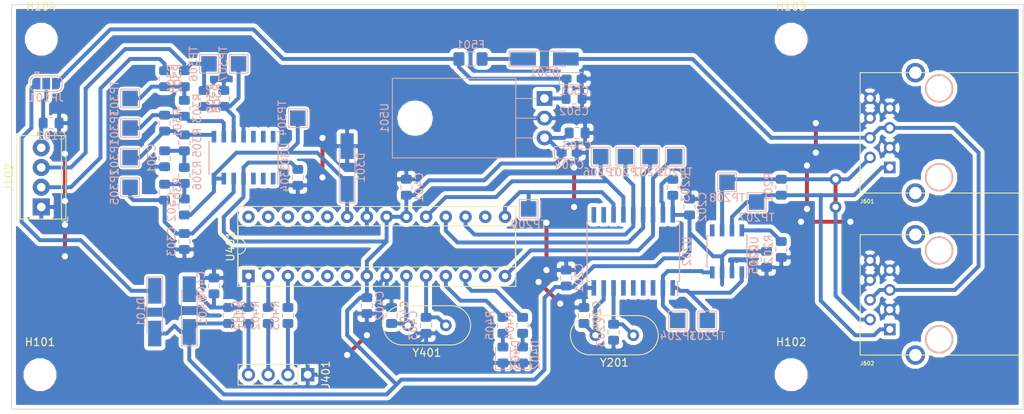
<source format=kicad_pcb>
(kicad_pcb (version 20171130) (host pcbnew 5.0.1)
  (layers (0 F.Cu jumper) (31 B.Cu signal) (34 B.Paste user) (35 F.Paste user) (36 B.SilkS user) (37 F.SilkS user) (38 B.Mask user) (39 F.Mask user) (44 Edge.Cuts user))
  (net 0 "")
  (net 1 GND)
  (net 2 "Net-(C102-Pad1)")
  (net 3 +5V)
  (net 4 "Net-(D101-Pad1)")
  (net 5 /MCU/RESET)
  (net 6 "Net-(C203-Pad1)")
  (net 7 "Net-(C204-Pad1)")
  (net 8 "Net-(C301-Pad1)")
  (net 9 "Net-(C302-Pad1)")
  (net 10 /MCU/analog1)
  (net 11 "Net-(C303-Pad1)")
  (net 12 "Net-(C403-Pad1)")
  (net 13 "Net-(C404-Pad1)")
  (net 14 "Net-(C405-Pad2)")
  (net 15 "/POWER SUPPLY/+18V_OUT")
  (net 16 /MCU/LED2)
  (net 17 /MCU/LED1)
  (net 18 "Net-(D501-Pad1)")
  (net 19 "/POWER SUPPLY/+18V_IN")
  (net 20 "/CANBUS CONN/CAN_L")
  (net 21 "/CANBUS CONN/CAN_H")
  (net 22 "Net-(R202-Pad1)")
  (net 23 "Net-(R203-Pad2)")
  (net 24 "Net-(R301-Pad2)")
  (net 25 "Net-(R301-Pad1)")
  (net 26 "Net-(R302-Pad1)")
  (net 27 "Net-(R308-Pad1)")
  (net 28 /MCU/USART_RX)
  (net 29 "Net-(J401-Pad3)")
  (net 30 "Net-(J401-Pad2)")
  (net 31 /MCU/USART_TX)
  (net 32 /MOSI)
  (net 33 /MISO)
  (net 34 /CANBUS/TXCAN)
  (net 35 /CANBUS/RXCAN)
  (net 36 /CANBUS/CS)
  (net 37 /SCK)
  (net 38 /CANBUS/INT)
  (net 39 "Net-(U401-Pad4)")
  (net 40 "Net-(U401-Pad5)")
  (net 41 "Net-(U401-Pad6)")
  (net 42 "Net-(U401-Pad24)")
  (net 43 "Net-(U401-Pad25)")
  (net 44 "Net-(U401-Pad26)")
  (net 45 "Net-(U401-Pad13)")
  (net 46 "Net-(U401-Pad27)")
  (net 47 "Net-(U401-Pad28)")
  (net 48 "Net-(U201-Pad5)")
  (net 49 "Net-(U202-Pad3)")
  (net 50 "Net-(U202-Pad4)")
  (net 51 "Net-(U202-Pad5)")
  (net 52 "Net-(U202-Pad6)")
  (net 53 "Net-(U202-Pad11)")
  (net 54 /OPAMP/in1+)
  (net 55 /OPAMP/in1-)
  (net 56 "Net-(D402-Pad2)")
  (net 57 "Net-(D403-Pad2)")
  (net 58 "Net-(U401-Pad16)")
  (net 59 "Net-(U202-Pad10)")
  (module TestPoint:TestPoint_Pad_2.0x2.0mm (layer B.Cu) (at 94.996 88.646 270)
    (fp_text reference TP301 (at 0 1.998 270) (layer B.SilkS) (effects (justify mirror)))
    (fp_text value op_a_in-)
    (pad 1 smd rect (at 0 0 270) (size 2 2) (layers B.Cu B.Mask) (net 24 "Net-(R301-Pad2)"))
  )
  (module TestPoint:TestPoint_Pad_2.0x2.0mm (layer B.Cu) (at 94.996 92.456 270)
    (fp_text reference TP302 (at 0 1.998 270) (layer B.SilkS) (effects (justify mirror)))
    (fp_text value op_a_out)
    (pad 1 smd rect (at 0 0 270) (size 2 2) (layers B.Cu B.Mask) (net 25 "Net-(R301-Pad1)"))
  )
  (module Jumper:SolderJumper-3_P1.3mm_Open_RoundedPad1.0x1.5mm (layer B.Cu) (at 84.201 82.931)
    (fp_text reference JP101 (at 0 1.8) (layer B.SilkS) (effects (justify mirror)))
    (fp_text value jmp)
    (pad 2 smd rect (at 0 0) (size 1 1.5) (layers B.Cu B.Mask) (net 2 "Net-(C102-Pad1)"))
    (pad 3 smd custom (at 1.3 0) (size 1 0.5) (layers B.Cu B.Mask) (net 15 "/POWER SUPPLY/+18V_OUT") (options (clearance outline) (anchor rect)) (primitives (gr_circle (center 0 -0.25) (end 0.5 -0.25) (width 0)) (gr_circle (center 0 0.25) (end 0.5 0.25) (width 0)) (gr_poly (pts (xy -0.55 0.75) (xy 0 0.75) (xy 0 -0.75) (xy -0.55 -0.75)) (width 0))))
    (pad 1 smd custom (at -1.3 0) (size 1 0.5) (layers B.Cu B.Mask) (net 4 "Net-(D101-Pad1)") (options (clearance outline) (anchor rect)) (primitives (gr_circle (center 0 -0.25) (end 0.5 -0.25) (width 0)) (gr_circle (center 0 0.25) (end 0.5 0.25) (width 0)) (gr_poly (pts (xy 0.55 0.75) (xy 0 0.75) (xy 0 -0.75) (xy 0.55 -0.75)) (width 0))))
  )
  (module Package_DIP:DIP-28_W7.62mm_Socket (layer F.Cu) (at 110.236 107.696 90)
    (fp_text reference U401 (at 3.81 -2.33 90) (layer F.SilkS))
    (fp_text value ATMEGA328P-PU)
    (pad 28 thru_hole oval (at 7.62 0 90) (size 1.6 1.6) (drill 0.8) (layers *.Cu *.Mask) (net 47 "Net-(U401-Pad28)"))
    (pad 14 thru_hole oval (at 0 33.02 90) (size 1.6 1.6) (drill 0.8) (layers *.Cu *.Mask) (net 36 /CANBUS/CS))
    (pad 27 thru_hole oval (at 7.62 2.54 90) (size 1.6 1.6) (drill 0.8) (layers *.Cu *.Mask) (net 46 "Net-(U401-Pad27)"))
    (pad 13 thru_hole oval (at 0 30.48 90) (size 1.6 1.6) (drill 0.8) (layers *.Cu *.Mask) (net 45 "Net-(U401-Pad13)"))
    (pad 26 thru_hole oval (at 7.62 5.08 90) (size 1.6 1.6) (drill 0.8) (layers *.Cu *.Mask) (net 44 "Net-(U401-Pad26)"))
    (pad 12 thru_hole oval (at 0 27.94 90) (size 1.6 1.6) (drill 0.8) (layers *.Cu *.Mask) (net 16 /MCU/LED2))
    (pad 25 thru_hole oval (at 7.62 7.62 90) (size 1.6 1.6) (drill 0.8) (layers *.Cu *.Mask) (net 43 "Net-(U401-Pad25)"))
    (pad 11 thru_hole oval (at 0 25.4 90) (size 1.6 1.6) (drill 0.8) (layers *.Cu *.Mask) (net 17 /MCU/LED1))
    (pad 24 thru_hole oval (at 7.62 10.16 90) (size 1.6 1.6) (drill 0.8) (layers *.Cu *.Mask) (net 42 "Net-(U401-Pad24)"))
    (pad 10 thru_hole oval (at 0 22.86 90) (size 1.6 1.6) (drill 0.8) (layers *.Cu *.Mask) (net 12 "Net-(C403-Pad1)"))
    (pad 23 thru_hole oval (at 7.62 12.7 90) (size 1.6 1.6) (drill 0.8) (layers *.Cu *.Mask) (net 10 /MCU/analog1))
    (pad 9 thru_hole oval (at 0 20.32 90) (size 1.6 1.6) (drill 0.8) (layers *.Cu *.Mask) (net 13 "Net-(C404-Pad1)"))
    (pad 22 thru_hole oval (at 7.62 15.24 90) (size 1.6 1.6) (drill 0.8) (layers *.Cu *.Mask) (net 1 GND))
    (pad 8 thru_hole oval (at 0 17.78 90) (size 1.6 1.6) (drill 0.8) (layers *.Cu *.Mask) (net 1 GND))
    (pad 21 thru_hole oval (at 7.62 17.78 90) (size 1.6 1.6) (drill 0.8) (layers *.Cu *.Mask) (net 3 +5V))
    (pad 7 thru_hole oval (at 0 15.24 90) (size 1.6 1.6) (drill 0.8) (layers *.Cu *.Mask) (net 3 +5V))
    (pad 20 thru_hole oval (at 7.62 20.32 90) (size 1.6 1.6) (drill 0.8) (layers *.Cu *.Mask) (net 3 +5V))
    (pad 6 thru_hole oval (at 0 12.7 90) (size 1.6 1.6) (drill 0.8) (layers *.Cu *.Mask) (net 41 "Net-(U401-Pad6)"))
    (pad 19 thru_hole oval (at 7.62 22.86 90) (size 1.6 1.6) (drill 0.8) (layers *.Cu *.Mask) (net 37 /SCK))
    (pad 5 thru_hole oval (at 0 10.16 90) (size 1.6 1.6) (drill 0.8) (layers *.Cu *.Mask) (net 40 "Net-(U401-Pad5)"))
    (pad 18 thru_hole oval (at 7.62 25.4 90) (size 1.6 1.6) (drill 0.8) (layers *.Cu *.Mask) (net 33 /MISO))
    (pad 4 thru_hole oval (at 0 7.62 90) (size 1.6 1.6) (drill 0.8) (layers *.Cu *.Mask) (net 39 "Net-(U401-Pad4)"))
    (pad 17 thru_hole oval (at 7.62 27.94 90) (size 1.6 1.6) (drill 0.8) (layers *.Cu *.Mask) (net 32 /MOSI))
    (pad 3 thru_hole oval (at 0 5.08 90) (size 1.6 1.6) (drill 0.8) (layers *.Cu *.Mask) (net 31 /MCU/USART_TX))
    (pad 16 thru_hole oval (at 7.62 30.48 90) (size 1.6 1.6) (drill 0.8) (layers *.Cu *.Mask) (net 58 "Net-(U401-Pad16)"))
    (pad 2 thru_hole oval (at 0 2.54 90) (size 1.6 1.6) (drill 0.8) (layers *.Cu *.Mask) (net 28 /MCU/USART_RX))
    (pad 15 thru_hole oval (at 7.62 33.02 90) (size 1.6 1.6) (drill 0.8) (layers *.Cu *.Mask) (net 38 /CANBUS/INT))
    (pad 1 thru_hole rect (at 0 0 90) (size 1.6 1.6) (drill 0.8) (layers *.Cu *.Mask) (net 5 /MCU/RESET))
  )
  (module Fuse:Fuse_1206_3216Metric_Pad1.42x1.75mm_HandSolder (layer B.Cu) (at 138.811 79.756 180)
    (fp_text reference F501 (at 0 1.82 180) (layer B.SilkS) (effects (justify mirror)))
    (fp_text value 500mA)
    (pad 2 smd roundrect (at 1.4875 0 180) (size 1.425 1.75) (layers B.Cu B.Paste B.Mask) (roundrect_rratio 0.175439) (net 15 "/POWER SUPPLY/+18V_OUT"))
    (pad 1 smd roundrect (at -1.4875 0 180) (size 1.425 1.75) (layers B.Cu B.Paste B.Mask) (roundrect_rratio 0.175439) (net 18 "Net-(D501-Pad1)"))
  )
  (module TerminalBlock_Phoenix:TerminalBlock_Phoenix_MPT-0,5-4-2.54_1x04_P2.54mm_Horizontal (layer F.Cu) (at 83.566 98.806 90)
    (fp_text reference J102 (at 3.81 -4.16 90) (layer F.SilkS))
    (fp_text value SENSOR)
    (pad 4 thru_hole circle (at 7.62 0 90) (size 2.2 2.2) (drill 1.1) (layers *.Cu *.Mask) (net 2 "Net-(C102-Pad1)"))
    (pad 3 thru_hole circle (at 5.08 0 90) (size 2.2 2.2) (drill 1.1) (layers *.Cu *.Mask) (net 54 /OPAMP/in1+))
    (pad 2 thru_hole circle (at 2.54 0 90) (size 2.2 2.2) (drill 1.1) (layers *.Cu *.Mask) (net 55 /OPAMP/in1-))
    (pad 1 thru_hole rect (at 0 0 90) (size 2.2 2.2) (drill 1.1) (layers *.Cu *.Mask) (net 1 GND))
  )
  (module KicadZeniteSolarLibrary18:RJ45_YH59_01 (layer F.Cu) (at 192.778 93.716 90)
    (fp_text reference J601 (at -4.364296 -2.909696) (layer F.SilkS) (effects (font (size 0.5 0.5) (thickness 0.1))))
    (fp_text value RJ45)
    (pad "" np_thru_hole circle (at 10.165 6.346 90) (size 3.65 3.65) (drill 3.2) (layers *.Cu *.SilkS *.Mask))
    (pad "" np_thru_hole circle (at -1.265 6.346 90) (size 3.65 3.65) (drill 3.2) (layers *.Cu *.SilkS *.Mask))
    (pad 1 thru_hole rect (at 0.005 -0.004 90) (size 1.5 1.5) (drill 0.9) (layers *.Cu *.Mask) (net 21 "/CANBUS CONN/CAN_H"))
    (pad 2 thru_hole circle (at 1.275 -2.544 90) (size 1.5 1.5) (drill 0.9) (layers *.Cu *.Mask) (net 20 "/CANBUS CONN/CAN_L"))
    (pad 3 thru_hole circle (at 2.545 -0.004 90) (size 1.5 1.5) (drill 0.9) (layers *.Cu *.Mask) (net 1 GND))
    (pad 4 thru_hole circle (at 3.815 -2.544 90) (size 1.5 1.5) (drill 0.9) (layers *.Cu *.Mask) (net 19 "/POWER SUPPLY/+18V_IN"))
    (pad 5 thru_hole circle (at 5.085 -0.004 90) (size 1.5 1.5) (drill 0.9) (layers *.Cu *.Mask) (net 19 "/POWER SUPPLY/+18V_IN"))
    (pad 6 thru_hole circle (at 6.355 -2.544 90) (size 1.5 1.5) (drill 0.9) (layers *.Cu *.Mask) (net 1 GND))
    (pad 7 thru_hole circle (at 7.625 -0.004 90) (size 1.5 1.5) (drill 0.9) (layers *.Cu *.Mask) (net 1 GND))
    (pad 8 thru_hole circle (at 8.895 -2.544 90) (size 1.5 1.5) (drill 0.9) (layers *.Cu *.Mask) (net 1 GND))
    (pad 9 thru_hole circle (at -3.3 3.296 90) (size 2.5 2.5) (drill 1.6) (layers *.Cu *.Mask))
    (pad 9 thru_hole circle (at 12.2 3.296 90) (size 2.5 2.5) (drill 1.6) (layers *.Cu *.Mask))
  )
  (module KicadZeniteSolarLibrary18:RJ45_YH59_01 (layer F.Cu) (at 192.782 114.571 90)
    (fp_text reference J602 (at -4.364296 -2.909696) (layer F.SilkS) (effects (font (size 0.5 0.5) (thickness 0.1))))
    (fp_text value RJ45)
    (pad "" np_thru_hole circle (at 10.165 6.346 90) (size 3.65 3.65) (drill 3.2) (layers *.Cu *.SilkS *.Mask))
    (pad "" np_thru_hole circle (at -1.265 6.346 90) (size 3.65 3.65) (drill 3.2) (layers *.Cu *.SilkS *.Mask))
    (pad 1 thru_hole rect (at 0.005 -0.004 90) (size 1.5 1.5) (drill 0.9) (layers *.Cu *.Mask) (net 21 "/CANBUS CONN/CAN_H"))
    (pad 2 thru_hole circle (at 1.275 -2.544 90) (size 1.5 1.5) (drill 0.9) (layers *.Cu *.Mask) (net 20 "/CANBUS CONN/CAN_L"))
    (pad 3 thru_hole circle (at 2.545 -0.004 90) (size 1.5 1.5) (drill 0.9) (layers *.Cu *.Mask) (net 1 GND))
    (pad 4 thru_hole circle (at 3.815 -2.544 90) (size 1.5 1.5) (drill 0.9) (layers *.Cu *.Mask) (net 19 "/POWER SUPPLY/+18V_IN"))
    (pad 5 thru_hole circle (at 5.085 -0.004 90) (size 1.5 1.5) (drill 0.9) (layers *.Cu *.Mask) (net 19 "/POWER SUPPLY/+18V_IN"))
    (pad 6 thru_hole circle (at 6.355 -2.544 90) (size 1.5 1.5) (drill 0.9) (layers *.Cu *.Mask) (net 1 GND))
    (pad 7 thru_hole circle (at 7.625 -0.004 90) (size 1.5 1.5) (drill 0.9) (layers *.Cu *.Mask) (net 1 GND))
    (pad 8 thru_hole circle (at 8.895 -2.544 90) (size 1.5 1.5) (drill 0.9) (layers *.Cu *.Mask) (net 1 GND))
    (pad 9 thru_hole circle (at -3.3 3.296 90) (size 2.5 2.5) (drill 1.6) (layers *.Cu *.Mask))
    (pad 9 thru_hole circle (at 12.2 3.296 90) (size 2.5 2.5) (drill 1.6) (layers *.Cu *.Mask))
  )
  (module Capacitor_SMD:C_0805_2012Metric_Pad1.15x1.40mm_HandSolder (layer B.Cu) (at 84.836 88.011)
    (fp_text reference C102 (at 0 1.65) (layer B.SilkS) (effects (justify mirror)))
    (fp_text value 100nF)
    (pad 2 smd roundrect (at 1.025 0) (size 1.15 1.4) (layers B.Cu B.Paste B.Mask) (roundrect_rratio 0.217391) (net 1 GND))
    (pad 1 smd roundrect (at -1.025 0) (size 1.15 1.4) (layers B.Cu B.Paste B.Mask) (roundrect_rratio 0.217391) (net 2 "Net-(C102-Pad1)"))
  )
  (module Capacitor_SMD:C_0805_2012Metric_Pad1.15x1.40mm_HandSolder (layer B.Cu) (at 151.13 107.95 90)
    (fp_text reference C201 (at 0 1.65 90) (layer B.SilkS) (effects (justify mirror)))
    (fp_text value 100nF)
    (pad 2 smd roundrect (at 1.025 0 90) (size 1.15 1.4) (layers B.Cu B.Paste B.Mask) (roundrect_rratio 0.217391) (net 1 GND))
    (pad 1 smd roundrect (at -1.025 0 90) (size 1.15 1.4) (layers B.Cu B.Paste B.Mask) (roundrect_rratio 0.217391) (net 3 +5V))
  )
  (module Capacitor_SMD:C_0805_2012Metric_Pad1.15x1.40mm_HandSolder (layer B.Cu) (at 167.005 98.806 90)
    (fp_text reference C202 (at 0 1.65 90) (layer B.SilkS) (effects (justify mirror)))
    (fp_text value 100nF)
    (pad 2 smd roundrect (at 1.025 0 90) (size 1.15 1.4) (layers B.Cu B.Paste B.Mask) (roundrect_rratio 0.217391) (net 1 GND))
    (pad 1 smd roundrect (at -1.025 0 90) (size 1.15 1.4) (layers B.Cu B.Paste B.Mask) (roundrect_rratio 0.217391) (net 3 +5V))
  )
  (module Capacitor_SMD:C_0805_2012Metric_Pad1.15x1.40mm_HandSolder (layer B.Cu) (at 157.226 114.926 270)
    (fp_text reference C203 (at 0 1.65 270) (layer B.SilkS) (effects (justify mirror)))
    (fp_text value 22pF)
    (pad 2 smd roundrect (at 1.025 0 270) (size 1.15 1.4) (layers B.Cu B.Paste B.Mask) (roundrect_rratio 0.217391) (net 1 GND))
    (pad 1 smd roundrect (at -1.025 0 270) (size 1.15 1.4) (layers B.Cu B.Paste B.Mask) (roundrect_rratio 0.217391) (net 6 "Net-(C203-Pad1)"))
  )
  (module Capacitor_SMD:C_0805_2012Metric_Pad1.15x1.40mm_HandSolder (layer B.Cu) (at 153.416 112.776 90)
    (fp_text reference C204 (at 0 1.65 90) (layer B.SilkS) (effects (justify mirror)))
    (fp_text value 22pF)
    (pad 2 smd roundrect (at 1.025 0 90) (size 1.15 1.4) (layers B.Cu B.Paste B.Mask) (roundrect_rratio 0.217391) (net 1 GND))
    (pad 1 smd roundrect (at -1.025 0 90) (size 1.15 1.4) (layers B.Cu B.Paste B.Mask) (roundrect_rratio 0.217391) (net 7 "Net-(C204-Pad1)"))
  )
  (module Capacitor_SMD:C_0805_2012Metric_Pad1.15x1.40mm_HandSolder (layer B.Cu) (at 176.911 105.546 270)
    (fp_text reference C205 (at 0 1.65 270) (layer B.SilkS) (effects (justify mirror)))
    (fp_text value 100nF)
    (pad 2 smd roundrect (at 1.025 0 270) (size 1.15 1.4) (layers B.Cu B.Paste B.Mask) (roundrect_rratio 0.217391) (net 1 GND))
    (pad 1 smd roundrect (at -1.025 0 270) (size 1.15 1.4) (layers B.Cu B.Paste B.Mask) (roundrect_rratio 0.217391) (net 3 +5V))
  )
  (module Capacitor_SMD:C_0805_2012Metric_Pad1.15x1.40mm_HandSolder (layer B.Cu) (at 99.441 92.601 270)
    (fp_text reference C301 (at 0 1.65 270) (layer B.SilkS) (effects (justify mirror)))
    (fp_text value 100n)
    (pad 2 smd roundrect (at 1.025 0 270) (size 1.15 1.4) (layers B.Cu B.Paste B.Mask) (roundrect_rratio 0.217391) (net 1 GND))
    (pad 1 smd roundrect (at -1.025 0 270) (size 1.15 1.4) (layers B.Cu B.Paste B.Mask) (roundrect_rratio 0.217391) (net 8 "Net-(C301-Pad1)"))
  )
  (module Capacitor_SMD:C_0805_2012Metric_Pad1.15x1.40mm_HandSolder (layer B.Cu) (at 101.981 98.806 270)
    (fp_text reference C302 (at 0 1.65 270) (layer B.SilkS) (effects (justify mirror)))
    (fp_text value 100n)
    (pad 2 smd roundrect (at 1.025 0 270) (size 1.15 1.4) (layers B.Cu B.Paste B.Mask) (roundrect_rratio 0.217391) (net 10 /MCU/analog1))
    (pad 1 smd roundrect (at -1.025 0 270) (size 1.15 1.4) (layers B.Cu B.Paste B.Mask) (roundrect_rratio 0.217391) (net 9 "Net-(C302-Pad1)"))
  )
  (module Capacitor_SMD:C_0805_2012Metric_Pad1.15x1.40mm_HandSolder (layer B.Cu) (at 116.586 94.996 270)
    (fp_text reference C304 (at 0 1.65 270) (layer B.SilkS) (effects (justify mirror)))
    (fp_text value 100n)
    (pad 2 smd roundrect (at 1.025 0 270) (size 1.15 1.4) (layers B.Cu B.Paste B.Mask) (roundrect_rratio 0.217391) (net 1 GND))
    (pad 1 smd roundrect (at -1.025 0 270) (size 1.15 1.4) (layers B.Cu B.Paste B.Mask) (roundrect_rratio 0.217391) (net 3 +5V))
  )
  (module Capacitor_SMD:C_0805_2012Metric_Pad1.15x1.40mm_HandSolder (layer B.Cu) (at 130.556 96.266 90)
    (fp_text reference C401 (at 0 1.65 90) (layer B.SilkS) (effects (justify mirror)))
    (fp_text value 100nF)
    (pad 2 smd roundrect (at 1.025 0 90) (size 1.15 1.4) (layers B.Cu B.Paste B.Mask) (roundrect_rratio 0.217391) (net 1 GND))
    (pad 1 smd roundrect (at -1.025 0 90) (size 1.15 1.4) (layers B.Cu B.Paste B.Mask) (roundrect_rratio 0.217391) (net 3 +5V))
  )
  (module Capacitor_SMD:C_0805_2012Metric_Pad1.15x1.40mm_HandSolder (layer B.Cu) (at 125.476 111.506 90)
    (fp_text reference C402 (at 0 1.65 90) (layer B.SilkS) (effects (justify mirror)))
    (fp_text value 100nF)
    (pad 2 smd roundrect (at 1.025 0 90) (size 1.15 1.4) (layers B.Cu B.Paste B.Mask) (roundrect_rratio 0.217391) (net 3 +5V))
    (pad 1 smd roundrect (at -1.025 0 90) (size 1.15 1.4) (layers B.Cu B.Paste B.Mask) (roundrect_rratio 0.217391) (net 1 GND))
  )
  (module Capacitor_SMD:C_0805_2012Metric_Pad1.15x1.40mm_HandSolder (layer B.Cu) (at 133.096 114.046 270)
    (fp_text reference C403 (at 0 1.65 270) (layer B.SilkS) (effects (justify mirror)))
    (fp_text value 22pF)
    (pad 2 smd roundrect (at 1.025 0 270) (size 1.15 1.4) (layers B.Cu B.Paste B.Mask) (roundrect_rratio 0.217391) (net 1 GND))
    (pad 1 smd roundrect (at -1.025 0 270) (size 1.15 1.4) (layers B.Cu B.Paste B.Mask) (roundrect_rratio 0.217391) (net 12 "Net-(C403-Pad1)"))
  )
  (module Capacitor_SMD:C_0805_2012Metric_Pad1.15x1.40mm_HandSolder (layer B.Cu) (at 128.651 112.776 90)
    (fp_text reference C404 (at 0 1.65 90) (layer B.SilkS) (effects (justify mirror)))
    (fp_text value 22pF)
    (pad 2 smd roundrect (at 1.025 0 90) (size 1.15 1.4) (layers B.Cu B.Paste B.Mask) (roundrect_rratio 0.217391) (net 1 GND))
    (pad 1 smd roundrect (at -1.025 0 90) (size 1.15 1.4) (layers B.Cu B.Paste B.Mask) (roundrect_rratio 0.217391) (net 13 "Net-(C404-Pad1)"))
  )
  (module Capacitor_SMD:C_0805_2012Metric_Pad1.15x1.40mm_HandSolder (layer B.Cu) (at 110.236 112.776 270)
    (fp_text reference C405 (at 0 1.65 270) (layer B.SilkS) (effects (justify mirror)))
    (fp_text value 100nF)
    (pad 2 smd roundrect (at 1.025 0 270) (size 1.15 1.4) (layers B.Cu B.Paste B.Mask) (roundrect_rratio 0.217391) (net 14 "Net-(C405-Pad2)"))
    (pad 1 smd roundrect (at -1.025 0 270) (size 1.15 1.4) (layers B.Cu B.Paste B.Mask) (roundrect_rratio 0.217391) (net 5 /MCU/RESET))
  )
  (module Capacitor_SMD:C_0805_2012Metric_Pad1.15x1.40mm_HandSolder (layer B.Cu) (at 105.791 108.966 270)
    (fp_text reference C406 (at 0 1.65 270) (layer B.SilkS) (effects (justify mirror)))
    (fp_text value 100nF)
    (pad 2 smd roundrect (at 1.025 0 270) (size 1.15 1.4) (layers B.Cu B.Paste B.Mask) (roundrect_rratio 0.217391) (net 5 /MCU/RESET))
    (pad 1 smd roundrect (at -1.025 0 270) (size 1.15 1.4) (layers B.Cu B.Paste B.Mask) (roundrect_rratio 0.217391) (net 1 GND))
  )
  (module Capacitor_SMD:C_0805_2012Metric_Pad1.15x1.40mm_HandSolder (layer B.Cu) (at 152.146 84.836)
    (fp_text reference C502 (at 0 1.65) (layer B.SilkS) (effects (justify mirror)))
    (fp_text value 100nF)
    (pad 2 smd roundrect (at 1.025 0) (size 1.15 1.4) (layers B.Cu B.Paste B.Mask) (roundrect_rratio 0.217391) (net 1 GND))
    (pad 1 smd roundrect (at -1.025 0) (size 1.15 1.4) (layers B.Cu B.Paste B.Mask) (roundrect_rratio 0.217391) (net 15 "/POWER SUPPLY/+18V_OUT"))
  )
  (module Capacitor_SMD:C_0805_2012Metric_Pad1.15x1.40mm_HandSolder (layer B.Cu) (at 152.536 89.281)
    (fp_text reference C503 (at 0 1.65) (layer B.SilkS) (effects (justify mirror)))
    (fp_text value 100nF)
    (pad 2 smd roundrect (at 1.025 0) (size 1.15 1.4) (layers B.Cu B.Paste B.Mask) (roundrect_rratio 0.217391) (net 1 GND))
    (pad 1 smd roundrect (at -1.025 0) (size 1.15 1.4) (layers B.Cu B.Paste B.Mask) (roundrect_rratio 0.217391) (net 3 +5V))
  )
  (module Capacitor_SMD:C_0805_2012Metric_Pad1.15x1.40mm_HandSolder (layer B.Cu) (at 101.981 103.251 270)
    (fp_text reference C303 (at 0 1.65 270) (layer B.SilkS) (effects (justify mirror)))
    (fp_text value 100n)
    (pad 2 smd roundrect (at 1.025 0 270) (size 1.15 1.4) (layers B.Cu B.Paste B.Mask) (roundrect_rratio 0.217391) (net 1 GND))
    (pad 1 smd roundrect (at -1.025 0 270) (size 1.15 1.4) (layers B.Cu B.Paste B.Mask) (roundrect_rratio 0.217391) (net 11 "Net-(C303-Pad1)"))
  )
  (module Capacitor_Tantalum_SMD:CP_EIA-2012-12_Kemet-R_Pad1.30x1.05mm_HandSolder (layer B.Cu) (at 151.511 91.821)
    (fp_text reference C504 (at 0 1.58) (layer B.SilkS) (effects (justify mirror)))
    (fp_text value 1uF)
    (pad 2 smd roundrect (at 0.975 0) (size 1.3 1.05) (layers B.Cu B.Paste B.Mask) (roundrect_rratio 0.238095) (net 1 GND))
    (pad 1 smd roundrect (at -0.975 0) (size 1.3 1.05) (layers B.Cu B.Paste B.Mask) (roundrect_rratio 0.238095) (net 3 +5V))
  )
  (module Capacitor_Tantalum_SMD:CP_EIA-2012-12_Kemet-R_Pad1.30x1.05mm_HandSolder (layer B.Cu) (at 152.146 82.296)
    (fp_text reference C501 (at 0 1.58) (layer B.SilkS) (effects (justify mirror)))
    (fp_text value 1uF)
    (pad 2 smd roundrect (at 0.975 0) (size 1.3 1.05) (layers B.Cu B.Paste B.Mask) (roundrect_rratio 0.238095) (net 1 GND))
    (pad 1 smd roundrect (at -0.975 0) (size 1.3 1.05) (layers B.Cu B.Paste B.Mask) (roundrect_rratio 0.238095) (net 15 "/POWER SUPPLY/+18V_OUT"))
  )
  (module Connector_PinHeader_2.54mm:PinHeader_1x04_P2.54mm_Vertical (layer F.Cu) (at 117.856 120.396 270)
    (fp_text reference J401 (at 0 -2.33 270) (layer F.SilkS))
    (fp_text value USART)
    (pad 4 thru_hole oval (at 0 7.62 270) (size 1.7 1.7) (drill 1) (layers *.Cu *.Mask) (net 14 "Net-(C405-Pad2)"))
    (pad 3 thru_hole oval (at 0 5.08 270) (size 1.7 1.7) (drill 1) (layers *.Cu *.Mask) (net 29 "Net-(J401-Pad3)"))
    (pad 2 thru_hole oval (at 0 2.54 270) (size 1.7 1.7) (drill 1) (layers *.Cu *.Mask) (net 30 "Net-(J401-Pad2)"))
    (pad 1 thru_hole rect (at 0 0 270) (size 1.7 1.7) (drill 1) (layers *.Cu *.Mask) (net 1 GND))
  )
  (module Crystal:Crystal_HC49-U_Vertical (layer F.Cu) (at 159.766 115.316 180)
    (fp_text reference Y201 (at 2.44 -3.525 180) (layer F.SilkS))
    (fp_text value 16MHz)
    (pad 2 thru_hole circle (at 4.88 0 180) (size 1.5 1.5) (drill 0.8) (layers *.Cu *.Mask) (net 7 "Net-(C204-Pad1)"))
    (pad 1 thru_hole circle (at 0 0 180) (size 1.5 1.5) (drill 0.8) (layers *.Cu *.Mask) (net 6 "Net-(C203-Pad1)"))
  )
  (module Crystal:Crystal_HC49-U_Vertical (layer F.Cu) (at 135.636 114.046 180)
    (fp_text reference Y401 (at 2.44 -3.525 180) (layer F.SilkS))
    (fp_text value 16MHz)
    (pad 2 thru_hole circle (at 4.88 0 180) (size 1.5 1.5) (drill 0.8) (layers *.Cu *.Mask) (net 13 "Net-(C404-Pad1)"))
    (pad 1 thru_hole circle (at 0 0 180) (size 1.5 1.5) (drill 0.8) (layers *.Cu *.Mask) (net 12 "Net-(C403-Pad1)"))
  )
  (module Diode_SMD:D_MiniMELF_Handsoldering (layer B.Cu) (at 102.616 112.141 90)
    (fp_text reference D401 (at 0 1.75 90) (layer B.SilkS) (effects (justify mirror)))
    (fp_text value LL4148)
    (pad 2 smd rect (at 2.75 0 90) (size 3.3 1.7) (layers B.Cu B.Paste B.Mask) (net 5 /MCU/RESET))
    (pad 1 smd rect (at -2.75 0 90) (size 3.3 1.7) (layers B.Cu B.Paste B.Mask) (net 3 +5V))
  )
  (module Diode_SMD:D_MiniMELF_Handsoldering (layer B.Cu) (at 122.936 93.726 90)
    (fp_text reference D301 (at 0 1.75 90) (layer B.SilkS) (effects (justify mirror)))
    (fp_text value 4V7)
    (pad 2 smd rect (at 2.75 0 90) (size 3.3 1.7) (layers B.Cu B.Paste B.Mask) (net 1 GND))
    (pad 1 smd rect (at -2.75 0 90) (size 3.3 1.7) (layers B.Cu B.Paste B.Mask) (net 10 /MCU/analog1))
  )
  (module Diode_SMD:D_MiniMELF_Handsoldering (layer B.Cu) (at 98.171 112.351 270)
    (fp_text reference D101 (at 0 1.75 270) (layer B.SilkS) (effects (justify mirror)))
    (fp_text value LL4148)
    (pad 2 smd rect (at 2.75 0 270) (size 3.3 1.7) (layers B.Cu B.Paste B.Mask) (net 3 +5V))
    (pad 1 smd rect (at -2.75 0 270) (size 3.3 1.7) (layers B.Cu B.Paste B.Mask) (net 4 "Net-(D101-Pad1)"))
  )
  (module Diode_SMD:D_MiniMELF_Handsoldering (layer B.Cu) (at 148.336 79.756)
    (fp_text reference D501 (at 0 1.75) (layer B.SilkS) (effects (justify mirror)))
    (fp_text value LL4148)
    (pad 2 smd rect (at 2.75 0) (size 3.3 1.7) (layers B.Cu B.Paste B.Mask) (net 19 "/POWER SUPPLY/+18V_IN"))
    (pad 1 smd rect (at -2.75 0) (size 3.3 1.7) (layers B.Cu B.Paste B.Mask) (net 18 "Net-(D501-Pad1)"))
  )
  (module LED_SMD:LED_0805_2012Metric_Pad1.15x1.40mm_HandSolder (layer B.Cu) (at 142.981344 117.856 90)
    (fp_text reference D403 (at 0 1.65 90) (layer B.SilkS) (effects (justify mirror)))
    (fp_text value LED_RED)
    (pad 2 smd roundrect (at 1.025 0 90) (size 1.15 1.4) (layers B.Cu B.Paste B.Mask) (roundrect_rratio 0.217391) (net 57 "Net-(D403-Pad2)"))
    (pad 1 smd roundrect (at -1.025 0 90) (size 1.15 1.4) (layers B.Cu B.Paste B.Mask) (roundrect_rratio 0.217391) (net 1 GND))
  )
  (module LED_SMD:LED_0805_2012Metric_Pad1.15x1.40mm_HandSolder (layer B.Cu) (at 145.521344 117.856 90)
    (fp_text reference D402 (at 0 1.65 90) (layer B.SilkS) (effects (justify mirror)))
    (fp_text value LED_RED)
    (pad 2 smd roundrect (at 1.025 0 90) (size 1.15 1.4) (layers B.Cu B.Paste B.Mask) (roundrect_rratio 0.217391) (net 56 "Net-(D402-Pad2)"))
    (pad 1 smd roundrect (at -1.025 0 90) (size 1.15 1.4) (layers B.Cu B.Paste B.Mask) (roundrect_rratio 0.217391) (net 1 GND))
  )
  (module MountingHole:MountingHole_3.2mm_M3 (layer F.Cu) (at 83.566 77.216)
    (fp_text reference H104 (at 0 -4.2) (layer F.SilkS))
    (fp_text value MountingHole)
    (pad 1 np_thru_hole circle (at 0 0) (size 3.2 3.2) (drill 3.2) (layers *.Cu *.Mask))
  )
  (module MountingHole:MountingHole_3.2mm_M3 (layer F.Cu) (at 180.086 120.396)
    (fp_text reference H102 (at 0 -4.2) (layer F.SilkS))
    (fp_text value MountingHole)
    (pad 1 np_thru_hole circle (at 0 0) (size 3.2 3.2) (drill 3.2) (layers *.Cu *.Mask))
  )
  (module MountingHole:MountingHole_3.2mm_M3 (layer F.Cu) (at 83.403001 120.396)
    (fp_text reference H101 (at 0 -4.2) (layer F.SilkS))
    (fp_text value MountingHole)
    (pad 1 np_thru_hole circle (at 0 0) (size 3.2 3.2) (drill 3.2) (layers *.Cu *.Mask))
  )
  (module MountingHole:MountingHole_3.2mm_M3 (layer F.Cu) (at 180.086 77.216)
    (fp_text reference H103 (at 0 -4.2) (layer F.SilkS))
    (fp_text value MountingHole)
    (pad 1 np_thru_hole circle (at 0 0) (size 3.2 3.2) (drill 3.2) (layers *.Cu *.Mask))
  )
  (module Package_SO:SOIC-14_3.9x8.7mm_P1.27mm (layer B.Cu) (at 109.601 92.456 90)
    (fp_text reference U301 (at 0 5.375 90) (layer B.SilkS) (effects (justify mirror)))
    (fp_text value LM324)
    (pad 14 smd rect (at 2.7 3.81 90) (size 1.5 0.6) (layers B.Cu B.Paste B.Mask))
    (pad 13 smd rect (at 2.7 2.54 90) (size 1.5 0.6) (layers B.Cu B.Paste B.Mask))
    (pad 12 smd rect (at 2.7 1.27 90) (size 1.5 0.6) (layers B.Cu B.Paste B.Mask))
    (pad 11 smd rect (at 2.7 0 90) (size 1.5 0.6) (layers B.Cu B.Paste B.Mask) (net 1 GND))
    (pad 10 smd rect (at 2.7 -1.27 90) (size 1.5 0.6) (layers B.Cu B.Paste B.Mask) (net 27 "Net-(R308-Pad1)"))
    (pad 9 smd rect (at 2.7 -2.54 90) (size 1.5 0.6) (layers B.Cu B.Paste B.Mask) (net 24 "Net-(R301-Pad2)"))
    (pad 8 smd rect (at 2.7 -3.81 90) (size 1.5 0.6) (layers B.Cu B.Paste B.Mask) (net 25 "Net-(R301-Pad1)"))
    (pad 7 smd rect (at -2.7 -3.81 90) (size 1.5 0.6) (layers B.Cu B.Paste B.Mask) (net 10 /MCU/analog1))
    (pad 6 smd rect (at -2.7 -2.54 90) (size 1.5 0.6) (layers B.Cu B.Paste B.Mask) (net 10 /MCU/analog1))
    (pad 5 smd rect (at -2.7 -1.27 90) (size 1.5 0.6) (layers B.Cu B.Paste B.Mask) (net 11 "Net-(C303-Pad1)"))
    (pad 4 smd rect (at -2.7 0 90) (size 1.5 0.6) (layers B.Cu B.Paste B.Mask) (net 3 +5V))
    (pad 3 smd rect (at -2.7 1.27 90) (size 1.5 0.6) (layers B.Cu B.Paste B.Mask))
    (pad 2 smd rect (at -2.7 2.54 90) (size 1.5 0.6) (layers B.Cu B.Paste B.Mask))
    (pad 1 smd rect (at -2.7 3.81 90) (size 1.5 0.6) (layers B.Cu B.Paste B.Mask))
  )
  (module Package_SO:SOIC-18W_7.5x11.6mm_P1.27mm (layer B.Cu) (at 159.766 104.521 90)
    (fp_text reference U202 (at 0 6.875 90) (layer B.SilkS) (effects (justify mirror)))
    (fp_text value MCP2515-xSO)
    (pad 18 smd rect (at 4.7 5.08 90) (size 2 0.6) (layers B.Cu B.Paste B.Mask) (net 3 +5V))
    (pad 17 smd rect (at 4.7 3.81 90) (size 2 0.6) (layers B.Cu B.Paste B.Mask) (net 23 "Net-(R203-Pad2)"))
    (pad 16 smd rect (at 4.7 2.54 90) (size 2 0.6) (layers B.Cu B.Paste B.Mask) (net 36 /CANBUS/CS))
    (pad 15 smd rect (at 4.7 1.27 90) (size 2 0.6) (layers B.Cu B.Paste B.Mask) (net 33 /MISO))
    (pad 14 smd rect (at 4.7 0 90) (size 2 0.6) (layers B.Cu B.Paste B.Mask) (net 32 /MOSI))
    (pad 13 smd rect (at 4.7 -1.27 90) (size 2 0.6) (layers B.Cu B.Paste B.Mask) (net 37 /SCK))
    (pad 12 smd rect (at 4.7 -2.54 90) (size 2 0.6) (layers B.Cu B.Paste B.Mask) (net 38 /CANBUS/INT))
    (pad 11 smd rect (at 4.7 -3.81 90) (size 2 0.6) (layers B.Cu B.Paste B.Mask) (net 53 "Net-(U202-Pad11)"))
    (pad 10 smd rect (at 4.7 -5.08 90) (size 2 0.6) (layers B.Cu B.Paste B.Mask) (net 59 "Net-(U202-Pad10)"))
    (pad 9 smd rect (at -4.7 -5.08 90) (size 2 0.6) (layers B.Cu B.Paste B.Mask) (net 1 GND))
    (pad 8 smd rect (at -4.7 -3.81 90) (size 2 0.6) (layers B.Cu B.Paste B.Mask) (net 7 "Net-(C204-Pad1)"))
    (pad 7 smd rect (at -4.7 -2.54 90) (size 2 0.6) (layers B.Cu B.Paste B.Mask) (net 6 "Net-(C203-Pad1)"))
    (pad 6 smd rect (at -4.7 -1.27 90) (size 2 0.6) (layers B.Cu B.Paste B.Mask) (net 52 "Net-(U202-Pad6)"))
    (pad 5 smd rect (at -4.7 0 90) (size 2 0.6) (layers B.Cu B.Paste B.Mask) (net 51 "Net-(U202-Pad5)"))
    (pad 4 smd rect (at -4.7 1.27 90) (size 2 0.6) (layers B.Cu B.Paste B.Mask) (net 50 "Net-(U202-Pad4)"))
    (pad 3 smd rect (at -4.7 2.54 90) (size 2 0.6) (layers B.Cu B.Paste B.Mask) (net 49 "Net-(U202-Pad3)"))
    (pad 2 smd rect (at -4.7 3.81 90) (size 2 0.6) (layers B.Cu B.Paste B.Mask) (net 35 /CANBUS/RXCAN))
    (pad 1 smd rect (at -4.7 5.08 90) (size 2 0.6) (layers B.Cu B.Paste B.Mask) (net 34 /CANBUS/TXCAN))
  )
  (module Package_SO:SOIC-8_3.9x4.9mm_P1.27mm (layer B.Cu) (at 171.831 104.521 90)
    (fp_text reference U201 (at 0 3.5 90) (layer B.SilkS) (effects (justify mirror)))
    (fp_text value MCP2551-I/SN)
    (pad 8 smd rect (at 2.7 1.905 90) (size 1.55 0.6) (layers B.Cu B.Paste B.Mask) (net 22 "Net-(R202-Pad1)"))
    (pad 7 smd rect (at 2.7 0.635 90) (size 1.55 0.6) (layers B.Cu B.Paste B.Mask) (net 21 "/CANBUS CONN/CAN_H"))
    (pad 6 smd rect (at 2.7 -0.635 90) (size 1.55 0.6) (layers B.Cu B.Paste B.Mask) (net 20 "/CANBUS CONN/CAN_L"))
    (pad 5 smd rect (at 2.7 -1.905 90) (size 1.55 0.6) (layers B.Cu B.Paste B.Mask) (net 48 "Net-(U201-Pad5)"))
    (pad 4 smd rect (at -2.7 -1.905 90) (size 1.55 0.6) (layers B.Cu B.Paste B.Mask) (net 35 /CANBUS/RXCAN))
    (pad 3 smd rect (at -2.7 -0.635 90) (size 1.55 0.6) (layers B.Cu B.Paste B.Mask) (net 3 +5V))
    (pad 2 smd rect (at -2.7 0.635 90) (size 1.55 0.6) (layers B.Cu B.Paste B.Mask) (net 1 GND))
    (pad 1 smd rect (at -2.7 1.905 90) (size 1.55 0.6) (layers B.Cu B.Paste B.Mask) (net 34 /CANBUS/TXCAN))
  )
  (module Package_TO_SOT_THT:TO-220-3_Horizontal_TabDown (layer B.Cu) (at 148.336 84.836 270)
    (fp_text reference U501 (at 2.54 20.58 270) (layer B.SilkS) (effects (justify mirror)))
    (fp_text value LM7805)
    (pad 3 thru_hole oval (at 5.08 0 270) (size 1.905 2) (drill 1.1) (layers *.Cu *.Mask) (net 3 +5V))
    (pad 2 thru_hole oval (at 2.54 0 270) (size 1.905 2) (drill 1.1) (layers *.Cu *.Mask) (net 1 GND))
    (pad 1 thru_hole rect (at 0 0 270) (size 1.905 2) (drill 1.1) (layers *.Cu *.Mask) (net 15 "/POWER SUPPLY/+18V_OUT"))
    (pad "" np_thru_hole oval (at 2.54 16.66 270) (size 3.5 3.5) (drill 3.5) (layers *.Cu *.Mask))
  )
  (module Resistor_SMD:R_0805_2012Metric_Pad1.15x1.40mm_HandSolder (layer B.Cu) (at 99.441 88.011 90)
    (fp_text reference R301 (at 0 1.65 90) (layer B.SilkS) (effects (justify mirror)))
    (fp_text value 10k)
    (pad 2 smd roundrect (at 1.025 0 90) (size 1.15 1.4) (layers B.Cu B.Paste B.Mask) (roundrect_rratio 0.217391) (net 24 "Net-(R301-Pad2)"))
    (pad 1 smd roundrect (at -1.025 0 90) (size 1.15 1.4) (layers B.Cu B.Paste B.Mask) (roundrect_rratio 0.217391) (net 25 "Net-(R301-Pad1)"))
  )
  (module Resistor_SMD:R_0805_2012Metric_Pad1.15x1.40mm_HandSolder (layer B.Cu) (at 164.846 96.275 90)
    (fp_text reference R203 (at 0 1.65 90) (layer B.SilkS) (effects (justify mirror)))
    (fp_text value 10k)
    (pad 2 smd roundrect (at 1.025 0 90) (size 1.15 1.4) (layers B.Cu B.Paste B.Mask) (roundrect_rratio 0.217391) (net 23 "Net-(R203-Pad2)"))
    (pad 1 smd roundrect (at -1.025 0 90) (size 1.15 1.4) (layers B.Cu B.Paste B.Mask) (roundrect_rratio 0.217391) (net 3 +5V))
  )
  (module Resistor_SMD:R_0805_2012Metric_Pad1.15x1.40mm_HandSolder (layer B.Cu) (at 178.816 104.276 270)
    (fp_text reference R202 (at 0 1.65 270) (layer B.SilkS) (effects (justify mirror)))
    (fp_text value 4k7)
    (pad 2 smd roundrect (at 1.025 0 270) (size 1.15 1.4) (layers B.Cu B.Paste B.Mask) (roundrect_rratio 0.217391) (net 1 GND))
    (pad 1 smd roundrect (at -1.025 0 270) (size 1.15 1.4) (layers B.Cu B.Paste B.Mask) (roundrect_rratio 0.217391) (net 22 "Net-(R202-Pad1)"))
  )
  (module Resistor_SMD:R_0805_2012Metric_Pad1.15x1.40mm_HandSolder (layer B.Cu) (at 178.816 96.266 270)
    (fp_text reference R201 (at 0 1.65 270) (layer B.SilkS) (effects (justify mirror)))
    (fp_text value 120)
    (pad 2 smd roundrect (at 1.025 0 270) (size 1.15 1.4) (layers B.Cu B.Paste B.Mask) (roundrect_rratio 0.217391) (net 21 "/CANBUS CONN/CAN_H"))
    (pad 1 smd roundrect (at -1.025 0 270) (size 1.15 1.4) (layers B.Cu B.Paste B.Mask) (roundrect_rratio 0.217391) (net 20 "/CANBUS CONN/CAN_L"))
  )
  (module Resistor_SMD:R_0805_2012Metric_Pad1.15x1.40mm_HandSolder (layer B.Cu) (at 101.981 86.106 90)
    (fp_text reference R303 (at 0 1.65 90) (layer B.SilkS) (effects (justify mirror)))
    (fp_text value 10k)
    (pad 2 smd roundrect (at 1.025 0 90) (size 1.15 1.4) (layers B.Cu B.Paste B.Mask) (roundrect_rratio 0.217391) (net 26 "Net-(R302-Pad1)"))
    (pad 1 smd roundrect (at -1.025 0 90) (size 1.15 1.4) (layers B.Cu B.Paste B.Mask) (roundrect_rratio 0.217391) (net 24 "Net-(R301-Pad2)"))
  )
  (module Resistor_SMD:R_0805_2012Metric_Pad1.15x1.40mm_HandSolder (layer B.Cu) (at 101.981 82.296 270)
    (fp_text reference R304 (at 0 1.65 270) (layer B.SilkS) (effects (justify mirror)))
    (fp_text value 10k)
    (pad 2 smd roundrect (at 1.025 0 270) (size 1.15 1.4) (layers B.Cu B.Paste B.Mask) (roundrect_rratio 0.217391) (net 26 "Net-(R302-Pad1)"))
    (pad 1 smd roundrect (at -1.025 0 270) (size 1.15 1.4) (layers B.Cu B.Paste B.Mask) (roundrect_rratio 0.217391) (net 54 /OPAMP/in1+))
  )
  (module Resistor_SMD:R_0805_2012Metric_Pad1.15x1.40mm_HandSolder (layer B.Cu) (at 101.981 90.551 90)
    (fp_text reference R305 (at 0 1.65 90) (layer B.SilkS) (effects (justify mirror)))
    (fp_text value 1k)
    (pad 2 smd roundrect (at 1.025 0 90) (size 1.15 1.4) (layers B.Cu B.Paste B.Mask) (roundrect_rratio 0.217391) (net 25 "Net-(R301-Pad1)"))
    (pad 1 smd roundrect (at -1.025 0 90) (size 1.15 1.4) (layers B.Cu B.Paste B.Mask) (roundrect_rratio 0.217391) (net 8 "Net-(C301-Pad1)"))
  )
  (module Resistor_SMD:R_0805_2012Metric_Pad1.15x1.40mm_HandSolder (layer B.Cu) (at 101.981 94.751 90)
    (fp_text reference R306 (at 0 1.65 90) (layer B.SilkS) (effects (justify mirror)))
    (fp_text value 1k)
    (pad 2 smd roundrect (at 1.025 0 90) (size 1.15 1.4) (layers B.Cu B.Paste B.Mask) (roundrect_rratio 0.217391) (net 8 "Net-(C301-Pad1)"))
    (pad 1 smd roundrect (at -1.025 0 90) (size 1.15 1.4) (layers B.Cu B.Paste B.Mask) (roundrect_rratio 0.217391) (net 9 "Net-(C302-Pad1)"))
  )
  (module Resistor_SMD:R_0805_2012Metric_Pad1.15x1.40mm_HandSolder (layer B.Cu) (at 99.441 96.901 90)
    (fp_text reference R307 (at 0 1.65 90) (layer B.SilkS) (effects (justify mirror)))
    (fp_text value 1k)
    (pad 2 smd roundrect (at 1.025 0 90) (size 1.15 1.4) (layers B.Cu B.Paste B.Mask) (roundrect_rratio 0.217391) (net 9 "Net-(C302-Pad1)"))
    (pad 1 smd roundrect (at -1.025 0 90) (size 1.15 1.4) (layers B.Cu B.Paste B.Mask) (roundrect_rratio 0.217391) (net 11 "Net-(C303-Pad1)"))
  )
  (module Resistor_SMD:R_0805_2012Metric_Pad1.15x1.40mm_HandSolder (layer B.Cu) (at 142.981344 114.046 270)
    (fp_text reference R405 (at 0 1.65 270) (layer B.SilkS) (effects (justify mirror)))
    (fp_text value 1k)
    (pad 2 smd roundrect (at 1.025 0 270) (size 1.15 1.4) (layers B.Cu B.Paste B.Mask) (roundrect_rratio 0.217391) (net 57 "Net-(D403-Pad2)"))
    (pad 1 smd roundrect (at -1.025 0 270) (size 1.15 1.4) (layers B.Cu B.Paste B.Mask) (roundrect_rratio 0.217391) (net 17 /MCU/LED1))
  )
  (module Resistor_SMD:R_0805_2012Metric_Pad1.15x1.40mm_HandSolder (layer B.Cu) (at 104.521 84.836 90)
    (fp_text reference R308 (at 0 1.65 90) (layer B.SilkS) (effects (justify mirror)))
    (fp_text value 10k)
    (pad 2 smd roundrect (at 1.025 0 90) (size 1.15 1.4) (layers B.Cu B.Paste B.Mask) (roundrect_rratio 0.217391) (net 54 /OPAMP/in1+))
    (pad 1 smd roundrect (at -1.025 0 90) (size 1.15 1.4) (layers B.Cu B.Paste B.Mask) (roundrect_rratio 0.217391) (net 27 "Net-(R308-Pad1)"))
  )
  (module Resistor_SMD:R_0805_2012Metric_Pad1.15x1.40mm_HandSolder (layer B.Cu) (at 107.061 84.836 270)
    (fp_text reference R309 (at 0 1.65 270) (layer B.SilkS) (effects (justify mirror)))
    (fp_text value 10k)
    (pad 2 smd roundrect (at 1.025 0 270) (size 1.15 1.4) (layers B.Cu B.Paste B.Mask) (roundrect_rratio 0.217391) (net 27 "Net-(R308-Pad1)"))
    (pad 1 smd roundrect (at -1.025 0 270) (size 1.15 1.4) (layers B.Cu B.Paste B.Mask) (roundrect_rratio 0.217391) (net 1 GND))
  )
  (module Resistor_SMD:R_0805_2012Metric_Pad1.15x1.40mm_HandSolder (layer B.Cu) (at 107.696 112.776 90)
    (fp_text reference R401 (at 0 1.65 90) (layer B.SilkS) (effects (justify mirror)))
    (fp_text value 10k)
    (pad 2 smd roundrect (at 1.025 0 90) (size 1.15 1.4) (layers B.Cu B.Paste B.Mask) (roundrect_rratio 0.217391) (net 5 /MCU/RESET))
    (pad 1 smd roundrect (at -1.025 0 90) (size 1.15 1.4) (layers B.Cu B.Paste B.Mask) (roundrect_rratio 0.217391) (net 3 +5V))
  )
  (module Resistor_SMD:R_0805_2012Metric_Pad1.15x1.40mm_HandSolder (layer B.Cu) (at 112.776 112.776 270)
    (fp_text reference R402 (at 0 1.65 270) (layer B.SilkS) (effects (justify mirror)))
    (fp_text value 1k)
    (pad 2 smd roundrect (at 1.025 0 270) (size 1.15 1.4) (layers B.Cu B.Paste B.Mask) (roundrect_rratio 0.217391) (net 29 "Net-(J401-Pad3)"))
    (pad 1 smd roundrect (at -1.025 0 270) (size 1.15 1.4) (layers B.Cu B.Paste B.Mask) (roundrect_rratio 0.217391) (net 28 /MCU/USART_RX))
  )
  (module Resistor_SMD:R_0805_2012Metric_Pad1.15x1.40mm_HandSolder (layer B.Cu) (at 115.316 112.776 270)
    (fp_text reference R403 (at 0 1.65 270) (layer B.SilkS) (effects (justify mirror)))
    (fp_text value 1k)
    (pad 2 smd roundrect (at 1.025 0 270) (size 1.15 1.4) (layers B.Cu B.Paste B.Mask) (roundrect_rratio 0.217391) (net 30 "Net-(J401-Pad2)"))
    (pad 1 smd roundrect (at -1.025 0 270) (size 1.15 1.4) (layers B.Cu B.Paste B.Mask) (roundrect_rratio 0.217391) (net 31 /MCU/USART_TX))
  )
  (module Resistor_SMD:R_0805_2012Metric_Pad1.15x1.40mm_HandSolder (layer B.Cu) (at 145.521344 114.046 270)
    (fp_text reference R404 (at 0 1.65 270) (layer B.SilkS) (effects (justify mirror)))
    (fp_text value 1k)
    (pad 2 smd roundrect (at 1.025 0 270) (size 1.15 1.4) (layers B.Cu B.Paste B.Mask) (roundrect_rratio 0.217391) (net 56 "Net-(D402-Pad2)"))
    (pad 1 smd roundrect (at -1.025 0 270) (size 1.15 1.4) (layers B.Cu B.Paste B.Mask) (roundrect_rratio 0.217391) (net 16 /MCU/LED2))
  )
  (module Resistor_SMD:R_0805_2012Metric_Pad1.15x1.40mm_HandSolder (layer B.Cu) (at 99.441 82.296 90)
    (fp_text reference R302 (at 0 1.65 90) (layer B.SilkS) (effects (justify mirror)))
    (fp_text value 100k)
    (pad 2 smd roundrect (at 1.025 0 90) (size 1.15 1.4) (layers B.Cu B.Paste B.Mask) (roundrect_rratio 0.217391) (net 55 /OPAMP/in1-))
    (pad 1 smd roundrect (at -1.025 0 90) (size 1.15 1.4) (layers B.Cu B.Paste B.Mask) (roundrect_rratio 0.217391) (net 26 "Net-(R302-Pad1)"))
  )
  (module TestPoint:TestPoint_Pad_2.0x2.0mm (layer B.Cu) (at 165.1 92.329)
    (fp_text reference TP205 (at 0 1.998) (layer B.SilkS) (effects (justify mirror)))
    (fp_text value SC)
    (pad 1 smd rect (at 0 0) (size 2 2) (layers B.Cu B.Mask) (net 36 /CANBUS/CS))
  )
  (module TestPoint:TestPoint_Pad_2.0x2.0mm (layer B.Cu) (at 155.575 92.329)
    (fp_text reference TP206 (at 0 1.998) (layer B.SilkS) (effects (justify mirror)))
    (fp_text value SCK)
    (pad 1 smd rect (at 0 0) (size 2 2) (layers B.Cu B.Mask) (net 37 /SCK))
  )
  (module TestPoint:TestPoint_Pad_2.0x2.0mm (layer B.Cu) (at 175.641 98.171)
    (fp_text reference TP207 (at 0 1.998) (layer B.SilkS) (effects (justify mirror)))
    (fp_text value CAN_H)
    (pad 1 smd rect (at 0 0) (size 2 2) (layers B.Cu B.Mask) (net 21 "/CANBUS CONN/CAN_H"))
  )
  (module TestPoint:TestPoint_Pad_2.0x2.0mm (layer B.Cu) (at 171.831 95.631)
    (fp_text reference TP208 (at 0 1.998) (layer B.SilkS) (effects (justify mirror)))
    (fp_text value CAN_L)
    (pad 1 smd rect (at 0 0) (size 2 2) (layers B.Cu B.Mask) (net 20 "/CANBUS CONN/CAN_L"))
  )
  (module TestPoint:TestPoint_Pad_2.0x2.0mm (layer B.Cu) (at 146.304 99.06)
    (fp_text reference TP209 (at 0 1.998) (layer B.SilkS) (effects (justify mirror)))
    (fp_text value INT)
    (pad 1 smd rect (at 0 0) (size 2 2) (layers B.Cu B.Mask) (net 38 /CANBUS/INT))
  )
  (module TestPoint:TestPoint_Pad_2.0x2.0mm (layer B.Cu) (at 94.996 84.836 270)
    (fp_text reference TP303 (at 0 1.998 270) (layer B.SilkS) (effects (justify mirror)))
    (fp_text value in-)
    (pad 1 smd rect (at 0 0 270) (size 2 2) (layers B.Cu B.Mask) (net 26 "Net-(R302-Pad1)"))
  )
  (module TestPoint:TestPoint_Pad_2.0x2.0mm (layer B.Cu) (at 94.996 96.266 270)
    (fp_text reference TP305 (at 0 1.998 270) (layer B.SilkS) (effects (justify mirror)))
    (fp_text value op_b_in+)
    (pad 1 smd rect (at 0 0 270) (size 2 2) (layers B.Cu B.Mask) (net 11 "Net-(C303-Pad1)"))
  )
  (module TestPoint:TestPoint_Pad_2.0x2.0mm (layer B.Cu) (at 105.156 80.391 270)
    (fp_text reference TP306 (at 0 1.998 270) (layer B.SilkS) (effects (justify mirror)))
    (fp_text value in+)
    (pad 1 smd rect (at 0 0 270) (size 2 2) (layers B.Cu B.Mask) (net 54 /OPAMP/in1+))
  )
  (module TestPoint:TestPoint_Pad_2.0x2.0mm (layer B.Cu) (at 108.966 80.391 270)
    (fp_text reference TP307 (at 0 1.998 270) (layer B.SilkS) (effects (justify mirror)))
    (fp_text value op_a_in+)
    (pad 1 smd rect (at 0 0 270) (size 2 2) (layers B.Cu B.Mask) (net 27 "Net-(R308-Pad1)"))
  )
  (module TestPoint:TestPoint_Pad_2.0x2.0mm (layer B.Cu) (at 169.291 113.411)
    (fp_text reference TP203 (at 0 1.998) (layer B.SilkS) (effects (justify mirror)))
    (fp_text value TXCAN)
    (pad 1 smd rect (at 0 0) (size 2 2) (layers B.Cu B.Mask) (net 34 /CANBUS/TXCAN))
  )
  (module TestPoint:TestPoint_Pad_2.0x2.0mm (layer B.Cu) (at 158.75 92.329)
    (fp_text reference TP201 (at 0 1.998) (layer B.SilkS) (effects (justify mirror)))
    (fp_text value SI)
    (pad 1 smd rect (at 0 0) (size 2 2) (layers B.Cu B.Mask) (net 32 /MOSI))
  )
  (module TestPoint:TestPoint_Pad_2.0x2.0mm (layer B.Cu) (at 161.925 92.329)
    (fp_text reference TP202 (at 0 1.998) (layer B.SilkS) (effects (justify mirror)))
    (fp_text value SO)
    (pad 1 smd rect (at 0 0) (size 2 2) (layers B.Cu B.Mask) (net 33 /MISO))
  )
  (module TestPoint:TestPoint_Pad_2.0x2.0mm (layer B.Cu) (at 116.586 87.376 270)
    (fp_text reference TP304 (at 0 1.998 270) (layer B.SilkS) (effects (justify mirror)))
    (fp_text value op_b_out)
    (pad 1 smd rect (at 0 0 270) (size 2 2) (layers B.Cu B.Mask) (net 10 /MCU/analog1))
  )
  (module TestPoint:TestPoint_Pad_2.0x2.0mm (layer B.Cu) (at 165.481 113.411)
    (fp_text reference TP204 (at 0 1.998) (layer B.SilkS) (effects (justify mirror)))
    (fp_text value RXCAN)
    (pad 1 smd rect (at 0 0) (size 2 2) (layers B.Cu B.Mask) (net 35 /CANBUS/RXCAN))
  )
  (gr_line (start 79.756 72.771) (end 209.931 72.771) (layer Edge.Cuts) (width 0.1))
  (gr_line (start 79.756 124.841) (end 79.756 72.771) (layer Edge.Cuts) (width 0.1))
  (gr_line (start 209.931 124.841) (end 79.756 124.841) (layer Edge.Cuts) (width 0.1))
  (gr_line (start 209.931 72.771) (end 209.931 124.841) (layer Edge.Cuts) (width 0.1))
  (segment (start 127.216001 108.495999) (end 128.016 107.696) (width 0.508) (layer B.Cu) (net 1))
  (segment (start 128.651 115.951) (end 127.216001 114.516001) (width 0.25) (layer B.Cu) (net 1))
  (segment (start 132.216 115.951) (end 128.651 115.951) (width 0.508) (layer B.Cu) (net 1))
  (segment (start 133.096 115.071) (end 132.216 115.951) (width 0.508) (layer B.Cu) (net 1))
  (segment (start 127.461001 111.751) (end 127.216001 111.506) (width 0.508) (layer B.Cu) (net 1))
  (segment (start 127.216001 114.516001) (end 127.216001 111.506) (width 0.25) (layer B.Cu) (net 1))
  (segment (start 128.651 111.751) (end 127.461001 111.751) (width 0.508) (layer B.Cu) (net 1))
  (segment (start 127.216001 111.506) (end 127.216001 108.495999) (width 0.508) (layer B.Cu) (net 1))
  (segment (start 125.476 97.781) (end 125.476 100.076) (width 0.508) (layer B.Cu) (net 1))
  (segment (start 128.016 95.241) (end 125.476 97.781) (width 0.508) (layer B.Cu) (net 1))
  (segment (start 128.016 95.241) (end 127.771 95.241) (width 0.508) (layer B.Cu) (net 1))
  (segment (start 130.556 95.241) (end 128.016 95.241) (width 0.508) (layer B.Cu) (net 1))
  (via (at 183.261 88.011) (size 1.5) (drill 0.8) (layers F.Cu B.Cu) (net 1))
  (via (at 183.261 91.821) (size 1.5) (drill 0.8) (layers F.Cu B.Cu) (net 1))
  (segment (start 183.261 91.821) (end 183.261 88.011) (width 0.508) (layer F.Cu) (net 1))
  (via (at 187.706 100.711) (size 1.5) (drill 0.8) (layers F.Cu B.Cu) (net 1))
  (via (at 181.356 100.711) (size 1.5) (drill 0.8) (layers F.Cu B.Cu) (net 1))
  (segment (start 187.706 100.711) (end 181.356 100.711) (width 0.508) (layer F.Cu) (net 1))
  (via (at 152.146 98.806) (size 1.5) (drill 0.8) (layers F.Cu B.Cu) (net 1))
  (via (at 152.146 93.726) (size 1.5) (drill 0.8) (layers F.Cu B.Cu) (net 1))
  (segment (start 152.146 93.726) (end 152.146 98.806) (width 0.508) (layer F.Cu) (net 1))
  (via (at 119.761 89.916) (size 1.5) (drill 0.8) (layers F.Cu B.Cu) (net 1))
  (via (at 119.761 94.996) (size 1.5) (drill 0.8) (layers F.Cu B.Cu) (net 1))
  (segment (start 119.761 89.916) (end 119.761 94.996) (width 0.508) (layer F.Cu) (net 1))
  (via (at 125.476 115.316) (size 1.5) (drill 0.8) (layers F.Cu B.Cu) (net 1))
  (via (at 122.936 117.85601) (size 1.5) (drill 0.8) (layers F.Cu B.Cu) (net 1))
  (segment (start 122.936 117.856) (end 122.936 117.85601) (width 0.508) (layer F.Cu) (net 1))
  (segment (start 125.476 115.316) (end 122.936 117.856) (width 0.508) (layer F.Cu) (net 1))
  (via (at 150.368 111.252) (size 1.5) (drill 0.8) (layers F.Cu B.Cu) (net 1))
  (via (at 147.574 108.458) (size 1.5) (drill 0.8) (layers F.Cu B.Cu) (net 1))
  (segment (start 150.368 111.252) (end 147.574 108.458) (width 0.508) (layer F.Cu) (net 1))
  (via (at 148.59 106.934) (size 1.5) (drill 0.8) (layers F.Cu B.Cu) (net 1))
  (via (at 148.59 100.838) (size 1.5) (drill 0.8) (layers F.Cu B.Cu) (net 1))
  (segment (start 148.59 106.934) (end 148.59 100.838) (width 0.508) (layer F.Cu) (net 1))
  (via (at 86.614 91.948) (size 1.5) (drill 0.8) (layers F.Cu B.Cu) (net 1))
  (via (at 86.614 98.044) (size 1.5) (drill 0.8) (layers F.Cu B.Cu) (net 1))
  (segment (start 86.614 96.98334) (end 86.614 91.948) (width 0.508) (layer F.Cu) (net 1))
  (segment (start 86.614 98.044) (end 86.614 96.98334) (width 0.508) (layer F.Cu) (net 1))
  (via (at 182.118 99.06) (size 1.5) (drill 0.8) (layers F.Cu B.Cu) (net 1))
  (via (at 182.118 93.472) (size 1.5) (drill 0.8) (layers F.Cu B.Cu) (net 1))
  (segment (start 182.118 93.472) (end 182.118 99.06) (width 0.508) (layer F.Cu) (net 1))
  (via (at 86.614 101.092) (size 1.5) (drill 0.8) (layers F.Cu B.Cu) (net 1))
  (via (at 86.614 105.156) (size 1.5) (drill 0.8) (layers F.Cu B.Cu) (net 1))
  (segment (start 86.614 101.092) (end 86.614 105.156) (width 0.508) (layer F.Cu) (net 1))
  (segment (start 83.566 88.256) (end 83.811 88.011) (width 0.508) (layer B.Cu) (net 2))
  (segment (start 83.566 91.186) (end 83.566 88.256) (width 0.508) (layer B.Cu) (net 2))
  (segment (start 83.811 88.011) (end 83.811 85.226) (width 0.508) (layer B.Cu) (net 2))
  (segment (start 84.201 84.836) (end 84.201 84.008648) (width 0.508) (layer B.Cu) (net 2))
  (segment (start 83.811 85.226) (end 84.201 84.836) (width 0.508) (layer B.Cu) (net 2))
  (segment (start 171.196 107.221) (end 171.196 105.791) (width 0.508) (layer B.Cu) (net 3))
  (segment (start 125.476 107.696) (end 125.476 110.481) (width 0.508) (layer B.Cu) (net 3))
  (segment (start 125.476 107.696) (end 125.476 105.791) (width 0.508) (layer B.Cu) (net 3))
  (segment (start 128.016 103.251) (end 128.016 100.076) (width 0.508) (layer B.Cu) (net 3))
  (segment (start 125.476 105.791) (end 128.016 103.251) (width 0.508) (layer B.Cu) (net 3))
  (segment (start 130.556 100.076) (end 128.016 100.076) (width 0.508) (layer B.Cu) (net 3))
  (segment (start 116.586 93.971) (end 115.706 93.091) (width 0.508) (layer B.Cu) (net 3))
  (segment (start 115.706 93.091) (end 110.236 93.091) (width 0.508) (layer B.Cu) (net 3))
  (segment (start 109.601 93.726) (end 109.601 95.156) (width 0.508) (layer B.Cu) (net 3))
  (segment (start 110.236 93.091) (end 109.601 93.726) (width 0.508) (layer B.Cu) (net 3))
  (segment (start 109.601 95.156) (end 109.601 96.901) (width 0.508) (layer B.Cu) (net 3))
  (segment (start 130.556 97.291) (end 130.556 100.076) (width 0.508) (layer B.Cu) (net 3))
  (segment (start 109.601 96.901) (end 109.601 97.536) (width 0.508) (layer B.Cu) (net 3))
  (segment (start 109.601 97.536) (end 107.061 100.076) (width 0.508) (layer B.Cu) (net 3))
  (segment (start 107.061 100.076) (end 107.061 101.981) (width 0.508) (layer B.Cu) (net 3))
  (segment (start 107.061 101.981) (end 108.331 103.251) (width 0.508) (layer B.Cu) (net 3))
  (segment (start 108.331 103.251) (end 128.016 103.251) (width 0.508) (layer B.Cu) (net 3))
  (segment (start 101.516 114.891) (end 102.616 114.891) (width 0.508) (layer B.Cu) (net 3))
  (segment (start 100.711 114.086) (end 101.516 114.891) (width 0.508) (layer B.Cu) (net 3))
  (segment (start 99.696 115.101) (end 98.171 115.101) (width 0.508) (layer B.Cu) (net 3))
  (segment (start 100.711 114.086) (end 99.696 115.101) (width 0.508) (layer B.Cu) (net 3))
  (segment (start 103.706 113.801) (end 102.616 114.891) (width 0.508) (layer B.Cu) (net 3))
  (segment (start 107.696 113.801) (end 103.706 113.801) (width 0.508) (layer B.Cu) (net 3))
  (segment (start 102.616 114.891) (end 102.616 115.691) (width 0.508) (layer B.Cu) (net 3))
  (segment (start 102.616 115.691) (end 102.616 118.491) (width 0.508) (layer B.Cu) (net 3))
  (segment (start 102.616 118.491) (end 107.061 122.936) (width 0.508) (layer B.Cu) (net 3))
  (segment (start 107.061 122.936) (end 128.016 122.936) (width 0.508) (layer B.Cu) (net 3))
  (segment (start 128.016 122.936) (end 129.286 121.666) (width 0.508) (layer B.Cu) (net 3))
  (segment (start 171.196 107.221) (end 171.196 108.783566) (width 0.508) (layer B.Cu) (net 3))
  (segment (start 171.196 108.783566) (end 171.196 108.966) (width 0.25) (layer B.Cu) (net 3))
  (segment (start 171.196 105.156) (end 171.196 105.791) (width 0.508) (layer B.Cu) (net 3))
  (segment (start 176.911 104.521) (end 171.831 104.521) (width 0.508) (layer B.Cu) (net 3))
  (segment (start 171.831 104.521) (end 171.196 105.156) (width 0.508) (layer B.Cu) (net 3))
  (segment (start 150.876 89.916) (end 151.511 89.281) (width 0.508) (layer B.Cu) (net 3))
  (segment (start 148.336 89.916) (end 150.876 89.916) (width 0.508) (layer B.Cu) (net 3))
  (segment (start 148.631 89.916) (end 150.536 91.821) (width 0.508) (layer B.Cu) (net 3))
  (segment (start 148.336 89.916) (end 148.631 89.916) (width 0.508) (layer B.Cu) (net 3))
  (segment (start 122.936 115.316) (end 129.286 121.666) (width 0.508) (layer B.Cu) (net 3))
  (segment (start 125.476 110.481) (end 124.596 110.481) (width 0.508) (layer B.Cu) (net 3))
  (segment (start 124.596 110.481) (end 122.936 112.141) (width 0.508) (layer B.Cu) (net 3))
  (segment (start 122.936 112.141) (end 122.936 115.316) (width 0.508) (layer B.Cu) (net 3))
  (segment (start 164.856 99.831) (end 164.846 99.821) (width 0.508) (layer B.Cu) (net 3))
  (segment (start 167.005 99.831) (end 164.856 99.831) (width 0.508) (layer B.Cu) (net 3))
  (segment (start 171.196 105.156) (end 170.053 105.156) (width 0.508) (layer B.Cu) (net 3))
  (segment (start 167.005 102.108) (end 167.005 99.831) (width 0.508) (layer B.Cu) (net 3))
  (segment (start 170.053 105.156) (end 167.005 102.108) (width 0.508) (layer B.Cu) (net 3))
  (segment (start 129.921 121.031) (end 129.286 121.666) (width 0.508) (layer B.Cu) (net 3))
  (segment (start 148.336 119.761) (end 147.066 121.031) (width 0.508) (layer B.Cu) (net 3))
  (segment (start 162.687 106.426) (end 154.686 106.426) (width 0.508) (layer B.Cu) (net 3))
  (segment (start 147.066 121.031) (end 129.921 121.031) (width 0.508) (layer B.Cu) (net 3))
  (segment (start 154.686 106.426) (end 152.001 109.111) (width 0.508) (layer B.Cu) (net 3))
  (segment (start 152.001 109.111) (end 149.715 109.111) (width 0.508) (layer B.Cu) (net 3))
  (segment (start 149.715 109.111) (end 148.336 110.49) (width 0.508) (layer B.Cu) (net 3))
  (segment (start 148.336 110.49) (end 148.336 119.761) (width 0.508) (layer B.Cu) (net 3))
  (segment (start 162.687 106.426) (end 163.703 105.41) (width 0.508) (layer B.Cu) (net 3))
  (segment (start 163.703 105.41) (end 166.116 105.41) (width 0.508) (layer B.Cu) (net 3))
  (segment (start 167.005 104.521) (end 166.116 105.41) (width 0.508) (layer B.Cu) (net 3))
  (segment (start 167.005 102.108) (end 167.005 104.521) (width 0.508) (layer B.Cu) (net 3))
  (segment (start 164.846 99.821) (end 164.846 97.3) (width 0.508) (layer B.Cu) (net 3))
  (segment (start 131.563 97.291) (end 133.477 95.377) (width 0.508) (layer B.Cu) (net 3))
  (segment (start 130.556 97.291) (end 131.563 97.291) (width 0.508) (layer B.Cu) (net 3))
  (segment (start 149.764 93.218) (end 150.536 92.446) (width 0.508) (layer B.Cu) (net 3))
  (segment (start 150.536 92.446) (end 150.536 91.821) (width 0.508) (layer B.Cu) (net 3))
  (segment (start 133.477 95.377) (end 140.589 95.377) (width 0.508) (layer B.Cu) (net 3))
  (segment (start 140.589 95.377) (end 142.748 93.218) (width 0.508) (layer B.Cu) (net 3))
  (segment (start 142.748 93.218) (end 149.764 93.218) (width 0.508) (layer B.Cu) (net 3))
  (segment (start 97.071 109.601) (end 98.171 109.601) (width 0.508) (layer B.Cu) (net 4))
  (segment (start 82.901 82.961) (end 82.901 82.931) (width 0.508) (layer B.Cu) (net 4))
  (segment (start 95.166 109.601) (end 88.646 103.081) (width 0.508) (layer B.Cu) (net 4))
  (segment (start 98.171 109.601) (end 95.166 109.601) (width 0.508) (layer B.Cu) (net 4))
  (segment (start 88.646 103.081) (end 83.396 103.081) (width 0.508) (layer B.Cu) (net 4))
  (segment (start 83.396 103.081) (end 81.026 100.711) (width 0.508) (layer B.Cu) (net 4))
  (segment (start 82.296 83.566) (end 82.296 88.646) (width 0.508) (layer B.Cu) (net 4))
  (segment (start 82.296 88.646) (end 81.026 89.916) (width 0.508) (layer B.Cu) (net 4))
  (segment (start 81.026 100.711) (end 81.026 89.916) (width 0.508) (layer B.Cu) (net 4))
  (segment (start 82.296 83.566) (end 82.901 82.961) (width 0.508) (layer B.Cu) (net 4))
  (segment (start 110.236 107.696) (end 110.236 111.751) (width 0.508) (layer B.Cu) (net 5))
  (segment (start 110.236 111.751) (end 107.696 111.751) (width 0.508) (layer B.Cu) (net 5))
  (segment (start 105.401 111.751) (end 107.696 111.751) (width 0.508) (layer B.Cu) (net 5))
  (segment (start 102.616 109.391) (end 103.041 109.391) (width 0.508) (layer B.Cu) (net 5))
  (segment (start 103.041 109.391) (end 105.401 111.751) (width 0.508) (layer B.Cu) (net 5))
  (segment (start 105.791 111.361) (end 105.401 111.751) (width 0.508) (layer B.Cu) (net 5))
  (segment (start 105.791 109.991) (end 105.791 111.361) (width 0.508) (layer B.Cu) (net 5))
  (segment (start 158.351 113.901) (end 157.226 113.901) (width 0.508) (layer B.Cu) (net 6))
  (segment (start 159.766 115.316) (end 158.351 113.901) (width 0.508) (layer B.Cu) (net 6))
  (segment (start 157.226 109.221) (end 157.226 113.901) (width 0.508) (layer B.Cu) (net 6))
  (segment (start 154.886 114.25534) (end 154.886 115.316) (width 0.508) (layer B.Cu) (net 7))
  (segment (start 154.886 111.799) (end 154.886 114.25534) (width 0.508) (layer B.Cu) (net 7))
  (segment (start 155.956 110.729) (end 154.886 111.799) (width 0.508) (layer B.Cu) (net 7))
  (segment (start 155.956 109.221) (end 155.956 110.729) (width 0.508) (layer B.Cu) (net 7))
  (segment (start 153.416 113.846) (end 154.886 115.316) (width 0.508) (layer B.Cu) (net 7))
  (segment (start 153.416 113.801) (end 153.416 113.846) (width 0.508) (layer B.Cu) (net 7))
  (segment (start 101.981 93.726) (end 101.981 91.576) (width 0.508) (layer B.Cu) (net 8))
  (segment (start 101.981 91.576) (end 99.441 91.576) (width 0.508) (layer B.Cu) (net 8))
  (segment (start 101.981 97.781) (end 101.981 95.776) (width 0.508) (layer B.Cu) (net 9))
  (segment (start 101.881 95.876) (end 101.981 95.776) (width 0.508) (layer B.Cu) (net 9))
  (segment (start 99.441 95.876) (end 101.881 95.876) (width 0.508) (layer B.Cu) (net 9))
  (segment (start 107.061 95.156) (end 105.791 95.156) (width 0.508) (layer B.Cu) (net 10))
  (segment (start 105.791 95.156) (end 105.791 94.706) (width 0.508) (layer B.Cu) (net 10))
  (segment (start 105.791 94.706) (end 108.676 91.821) (width 0.508) (layer B.Cu) (net 10))
  (segment (start 108.676 91.821) (end 115.316 91.821) (width 0.508) (layer B.Cu) (net 10))
  (segment (start 116.586 90.551) (end 115.316 91.821) (width 0.508) (layer B.Cu) (net 10))
  (segment (start 116.586 87.376) (end 116.586 90.551) (width 0.508) (layer B.Cu) (net 10))
  (segment (start 122.936 100.076) (end 122.936 96.476) (width 0.508) (layer B.Cu) (net 10))
  (segment (start 119.081 91.821) (end 115.316 91.821) (width 0.508) (layer B.Cu) (net 10))
  (segment (start 122.936 95.676) (end 119.081 91.821) (width 0.508) (layer B.Cu) (net 10))
  (segment (start 122.936 96.476) (end 122.936 95.676) (width 0.508) (layer B.Cu) (net 10))
  (segment (start 102.781 99.831) (end 101.981 99.831) (width 0.508) (layer B.Cu) (net 10))
  (segment (start 105.791 95.156) (end 105.791 96.821) (width 0.508) (layer B.Cu) (net 10))
  (segment (start 105.791 96.821) (end 102.781 99.831) (width 0.508) (layer B.Cu) (net 10))
  (segment (start 98.641 97.926) (end 99.441 97.926) (width 0.508) (layer B.Cu) (net 11))
  (segment (start 95.406 97.926) (end 98.641 97.926) (width 0.508) (layer B.Cu) (net 11))
  (segment (start 94.996 97.516) (end 95.406 97.926) (width 0.508) (layer B.Cu) (net 11))
  (segment (start 94.996 96.266) (end 94.996 97.516) (width 0.508) (layer B.Cu) (net 11))
  (segment (start 101.981 102.226) (end 100.956 102.226) (width 0.508) (layer B.Cu) (net 11))
  (segment (start 99.441 100.711) (end 99.441 97.926) (width 0.508) (layer B.Cu) (net 11))
  (segment (start 100.956 102.226) (end 99.441 100.711) (width 0.508) (layer B.Cu) (net 11))
  (segment (start 108.331 96.901) (end 108.331 95.156) (width 0.508) (layer B.Cu) (net 11))
  (segment (start 101.981 102.226) (end 103.006 102.226) (width 0.508) (layer B.Cu) (net 11))
  (segment (start 103.006 102.226) (end 108.331 96.901) (width 0.508) (layer B.Cu) (net 11))
  (segment (start 133.096 113.021) (end 133.096 107.696) (width 0.508) (layer B.Cu) (net 12))
  (segment (start 134.611 113.021) (end 135.636 114.046) (width 0.508) (layer B.Cu) (net 12))
  (segment (start 133.096 113.021) (end 134.611 113.021) (width 0.508) (layer B.Cu) (net 12))
  (segment (start 130.556 113.846) (end 130.756 114.046) (width 0.508) (layer B.Cu) (net 13))
  (segment (start 130.556 107.696) (end 130.556 113.846) (width 0.508) (layer B.Cu) (net 13))
  (segment (start 130.511 113.801) (end 130.756 114.046) (width 0.508) (layer B.Cu) (net 13))
  (segment (start 128.651 113.801) (end 130.511 113.801) (width 0.508) (layer B.Cu) (net 13))
  (segment (start 110.236 113.801) (end 110.236 120.396) (width 0.508) (layer B.Cu) (net 14))
  (segment (start 151.121 84.836) (end 148.336 84.836) (width 0.508) (layer B.Cu) (net 15))
  (segment (start 110.871 75.946) (end 92.456 75.946) (width 0.508) (layer B.Cu) (net 15))
  (segment (start 86.771 81.661) (end 85.501 82.931) (width 0.508) (layer B.Cu) (net 15))
  (segment (start 86.771 81.631) (end 86.771 81.661) (width 0.508) (layer B.Cu) (net 15))
  (segment (start 137.3235 79.756) (end 114.681 79.756) (width 0.508) (layer B.Cu) (net 15))
  (segment (start 92.456 75.946) (end 86.771 81.631) (width 0.508) (layer B.Cu) (net 15))
  (segment (start 114.681 79.756) (end 110.871 75.946) (width 0.508) (layer B.Cu) (net 15))
  (segment (start 151.13 82.296) (end 151.13 84.827) (width 0.508) (layer B.Cu) (net 15))
  (segment (start 151.13 84.827) (end 151.121 84.836) (width 0.508) (layer B.Cu) (net 15))
  (segment (start 137.3235 79.756) (end 137.3235 80.8085) (width 0.508) (layer B.Cu) (net 15))
  (segment (start 138.811 82.296) (end 151.13 82.296) (width 0.508) (layer B.Cu) (net 15))
  (segment (start 137.3235 80.8085) (end 138.811 82.296) (width 0.508) (layer B.Cu) (net 15))
  (segment (start 138.176 108.82737) (end 138.94963 109.601) (width 0.508) (layer B.Cu) (net 16))
  (segment (start 138.176 107.696) (end 138.176 108.82737) (width 0.508) (layer B.Cu) (net 16))
  (segment (start 142.101344 109.601) (end 145.521344 113.021) (width 0.508) (layer B.Cu) (net 16))
  (segment (start 138.94963 109.601) (end 142.101344 109.601) (width 0.508) (layer B.Cu) (net 16))
  (segment (start 140.831344 110.871) (end 142.981344 113.021) (width 0.508) (layer B.Cu) (net 17))
  (segment (start 137.541 110.871) (end 140.831344 110.871) (width 0.508) (layer B.Cu) (net 17))
  (segment (start 135.636 107.696) (end 135.636 108.966) (width 0.508) (layer B.Cu) (net 17))
  (segment (start 135.636 108.966) (end 137.541 110.871) (width 0.508) (layer B.Cu) (net 17))
  (segment (start 140.2985 79.756) (end 145.586 79.756) (width 0.508) (layer B.Cu) (net 18))
  (segment (start 191.504 88.631) (end 190.234 89.901) (width 0.508) (layer B.Cu) (net 19))
  (segment (start 192.774 88.631) (end 191.504 88.631) (width 0.508) (layer B.Cu) (net 19))
  (segment (start 191.508 109.486) (end 190.238 110.756) (width 0.508) (layer B.Cu) (net 19))
  (segment (start 192.778 109.486) (end 191.508 109.486) (width 0.508) (layer B.Cu) (net 19))
  (segment (start 151.086 79.756) (end 167.386 79.756) (width 0.508) (layer B.Cu) (net 19))
  (segment (start 167.386 79.756) (end 177.546 89.916) (width 0.508) (layer B.Cu) (net 19))
  (segment (start 177.561 89.901) (end 190.234 89.901) (width 0.508) (layer B.Cu) (net 19))
  (segment (start 177.546 89.916) (end 177.561 89.901) (width 0.508) (layer B.Cu) (net 19))
  (segment (start 204.216 91.821) (end 201.026 88.631) (width 0.508) (layer B.Cu) (net 19))
  (segment (start 204.216 106.426) (end 204.216 91.821) (width 0.508) (layer B.Cu) (net 19))
  (segment (start 201.026 88.631) (end 192.774 88.631) (width 0.508) (layer B.Cu) (net 19))
  (segment (start 192.778 109.486) (end 201.156 109.486) (width 0.508) (layer B.Cu) (net 19))
  (segment (start 201.156 109.486) (end 204.216 106.426) (width 0.508) (layer B.Cu) (net 19))
  (segment (start 190.234 92.441) (end 190.234 92.468) (width 0.508) (layer B.Cu) (net 20))
  (segment (start 190.234 92.468) (end 187.461 95.241) (width 0.508) (layer B.Cu) (net 20))
  (segment (start 185.801 95.241) (end 185.801 95.241) (width 0.508) (layer B.Cu) (net 20))
  (segment (start 187.461 95.241) (end 185.801 95.241) (width 0.508) (layer B.Cu) (net 20))
  (via (at 185.801 98.806) (size 1.5) (drill 0.8) (layers F.Cu B.Cu) (net 20))
  (segment (start 172.221 95.241) (end 171.831 95.631) (width 0.508) (layer B.Cu) (net 20))
  (segment (start 178.816 95.241) (end 172.221 95.241) (width 0.508) (layer B.Cu) (net 20))
  (segment (start 171.196 96.266) (end 171.831 95.631) (width 0.508) (layer B.Cu) (net 20))
  (segment (start 171.196 101.821) (end 171.196 96.266) (width 0.508) (layer B.Cu) (net 20))
  (segment (start 188.861 113.296) (end 190.238 113.296) (width 0.508) (layer B.Cu) (net 20))
  (segment (start 185.801 98.806) (end 185.801 110.236) (width 0.508) (layer B.Cu) (net 20))
  (segment (start 185.801 110.236) (end 188.861 113.296) (width 0.508) (layer B.Cu) (net 20))
  (segment (start 185.801 95.241) (end 178.816 95.241) (width 0.508) (layer B.Cu) (net 20))
  (via (at 185.801 95.241) (size 1.5) (drill 0.8) (layers F.Cu B.Cu) (net 20))
  (via (at 185.801 95.241) (size 1.5) (drill 0.8) (layers F.Cu B.Cu) (net 20))
  (segment (start 185.801 98.806) (end 185.801 95.241) (width 0.508) (layer F.Cu) (net 20))
  (segment (start 191.774 93.711) (end 188.194 97.291) (width 0.508) (layer B.Cu) (net 21))
  (segment (start 192.774 93.711) (end 191.774 93.711) (width 0.508) (layer B.Cu) (net 21))
  (segment (start 179.616 97.291) (end 178.816 97.291) (width 0.508) (layer B.Cu) (net 21))
  (segment (start 183.896 97.291) (end 179.616 97.291) (width 0.508) (layer B.Cu) (net 21))
  (segment (start 188.194 97.291) (end 183.896 97.291) (width 0.508) (layer B.Cu) (net 21))
  (segment (start 183.896 97.291) (end 183.896 110.871) (width 0.508) (layer B.Cu) (net 21))
  (segment (start 183.896 110.871) (end 187.706 114.681) (width 0.508) (layer B.Cu) (net 21))
  (segment (start 176.521 97.291) (end 175.641 98.171) (width 0.508) (layer B.Cu) (net 21))
  (segment (start 178.816 97.291) (end 176.521 97.291) (width 0.508) (layer B.Cu) (net 21))
  (segment (start 174.391 98.171) (end 172.466 100.096) (width 0.508) (layer B.Cu) (net 21))
  (segment (start 175.641 98.171) (end 174.391 98.171) (width 0.508) (layer B.Cu) (net 21))
  (segment (start 172.466 100.096) (end 172.466 101.821) (width 0.508) (layer B.Cu) (net 21))
  (segment (start 187.706 114.681) (end 188.341 115.316) (width 0.508) (layer B.Cu) (net 21))
  (segment (start 188.341 115.316) (end 190.77 115.316) (width 0.508) (layer B.Cu) (net 21))
  (segment (start 191.52 114.566) (end 192.778 114.566) (width 0.508) (layer B.Cu) (net 21))
  (segment (start 190.77 115.316) (end 191.52 114.566) (width 0.508) (layer B.Cu) (net 21))
  (segment (start 177.386 101.821) (end 178.816 103.251) (width 0.508) (layer B.Cu) (net 22))
  (segment (start 175.641 101.821) (end 177.386 101.821) (width 0.508) (layer B.Cu) (net 22))
  (segment (start 175.641 101.821) (end 176.116 101.821) (width 0.508) (layer B.Cu) (net 22))
  (segment (start 173.736 101.821) (end 175.641 101.821) (width 0.508) (layer B.Cu) (net 22))
  (segment (start 164.046 95.25) (end 164.846 95.25) (width 0.508) (layer B.Cu) (net 23))
  (segment (start 163.38399 95.91201) (end 164.046 95.25) (width 0.508) (layer B.Cu) (net 23))
  (segment (start 163.576 98.313) (end 163.38399 98.12099) (width 0.508) (layer B.Cu) (net 23))
  (segment (start 163.38399 98.12099) (end 163.38399 95.91201) (width 0.508) (layer B.Cu) (net 23))
  (segment (start 163.576 99.821) (end 163.576 98.313) (width 0.508) (layer B.Cu) (net 23))
  (segment (start 95.711 88.646) (end 94.996 88.646) (width 0.508) (layer B.Cu) (net 24))
  (segment (start 99.586 87.131) (end 99.441 86.986) (width 0.508) (layer B.Cu) (net 24))
  (segment (start 101.981 87.131) (end 99.586 87.131) (width 0.508) (layer B.Cu) (net 24))
  (segment (start 99.441 86.986) (end 97.926 86.986) (width 0.508) (layer B.Cu) (net 24))
  (segment (start 97.926 86.986) (end 96.266 88.646) (width 0.508) (layer B.Cu) (net 24))
  (segment (start 96.266 88.646) (end 94.996 88.646) (width 0.508) (layer B.Cu) (net 24))
  (segment (start 102.604372 87.754372) (end 106.804372 87.754372) (width 0.508) (layer B.Cu) (net 24))
  (segment (start 101.981 87.131) (end 102.604372 87.754372) (width 0.508) (layer B.Cu) (net 24))
  (segment (start 107.061 88.011) (end 107.061 89.756) (width 0.508) (layer B.Cu) (net 24))
  (segment (start 106.804372 87.754372) (end 107.061 88.011) (width 0.508) (layer B.Cu) (net 24))
  (segment (start 105.561 89.526) (end 105.791 89.756) (width 0.508) (layer B.Cu) (net 25))
  (segment (start 101.981 89.526) (end 105.561 89.526) (width 0.508) (layer B.Cu) (net 25))
  (segment (start 96.246 92.456) (end 97.536 91.166) (width 0.508) (layer B.Cu) (net 25))
  (segment (start 94.996 92.456) (end 96.246 92.456) (width 0.508) (layer B.Cu) (net 25))
  (segment (start 101.981 89.526) (end 101.201 89.526) (width 0.508) (layer B.Cu) (net 25))
  (segment (start 100.711 89.036) (end 99.441 89.036) (width 0.508) (layer B.Cu) (net 25))
  (segment (start 101.201 89.526) (end 100.711 89.036) (width 0.508) (layer B.Cu) (net 25))
  (segment (start 97.536 90.941) (end 97.536 91.166) (width 0.508) (layer B.Cu) (net 25))
  (segment (start 99.441 89.036) (end 97.536 90.941) (width 0.508) (layer B.Cu) (net 25))
  (segment (start 101.981 83.321) (end 99.441 83.321) (width 0.508) (layer B.Cu) (net 26))
  (segment (start 101.981 83.321) (end 101.981 85.081) (width 0.508) (layer B.Cu) (net 26))
  (segment (start 97.761 83.321) (end 99.441 83.321) (width 0.508) (layer B.Cu) (net 26))
  (segment (start 94.996 84.836) (end 96.246 84.836) (width 0.508) (layer B.Cu) (net 26))
  (segment (start 96.246 84.836) (end 97.761 83.321) (width 0.508) (layer B.Cu) (net 26))
  (segment (start 107.061 85.861) (end 104.521 85.861) (width 0.508) (layer B.Cu) (net 27))
  (segment (start 108.966 80.391) (end 108.966 83.956) (width 0.508) (layer B.Cu) (net 27))
  (segment (start 108.331 87.131) (end 107.061 85.861) (width 0.508) (layer B.Cu) (net 27))
  (segment (start 108.331 89.756) (end 108.331 87.131) (width 0.508) (layer B.Cu) (net 27))
  (segment (start 108.966 84.756) (end 108.966 83.956) (width 0.508) (layer B.Cu) (net 27))
  (segment (start 107.861 85.861) (end 108.966 84.756) (width 0.508) (layer B.Cu) (net 27))
  (segment (start 107.061 85.861) (end 107.861 85.861) (width 0.508) (layer B.Cu) (net 27))
  (segment (start 112.776 107.696) (end 112.776 111.751) (width 0.508) (layer B.Cu) (net 28))
  (segment (start 112.776 113.801) (end 112.776 120.396) (width 0.508) (layer B.Cu) (net 29))
  (segment (start 115.316 113.801) (end 115.316 120.396) (width 0.508) (layer B.Cu) (net 30))
  (segment (start 115.316 111.751) (end 115.316 107.696) (width 0.508) (layer B.Cu) (net 31))
  (segment (start 159.766 99.821) (end 159.766 96.012) (width 0.508) (layer B.Cu) (net 32))
  (segment (start 158.75 94.996) (end 158.75 92.329) (width 0.508) (layer B.Cu) (net 32))
  (segment (start 159.766 96.012) (end 158.75 94.996) (width 0.508) (layer B.Cu) (net 32))
  (segment (start 138.176 101.219) (end 138.176 100.076) (width 0.508) (layer B.Cu) (net 32))
  (segment (start 139.319 102.362) (end 138.176 101.219) (width 0.508) (layer B.Cu) (net 32))
  (segment (start 158.733 102.362) (end 139.319 102.362) (width 0.508) (layer B.Cu) (net 32))
  (segment (start 159.766 99.821) (end 159.766 101.329) (width 0.508) (layer B.Cu) (net 32))
  (segment (start 159.766 101.329) (end 158.733 102.362) (width 0.508) (layer B.Cu) (net 32))
  (segment (start 161.036 98.313) (end 161.036 99.821) (width 0.508) (layer B.Cu) (net 33))
  (segment (start 161.036 94.726) (end 161.036 98.313) (width 0.508) (layer B.Cu) (net 33))
  (segment (start 161.925 93.837) (end 161.036 94.726) (width 0.508) (layer B.Cu) (net 33))
  (segment (start 161.925 92.329) (end 161.925 93.837) (width 0.508) (layer B.Cu) (net 33))
  (segment (start 137.16 103.378) (end 135.636 101.854) (width 0.508) (layer B.Cu) (net 33))
  (segment (start 159.153854 103.378) (end 137.16 103.378) (width 0.508) (layer B.Cu) (net 33))
  (segment (start 135.636 101.854) (end 135.636 100.076) (width 0.508) (layer B.Cu) (net 33))
  (segment (start 161.036 99.821) (end 161.036 101.495854) (width 0.508) (layer B.Cu) (net 33))
  (segment (start 161.036 101.495854) (end 159.153854 103.378) (width 0.508) (layer B.Cu) (net 33))
  (segment (start 169.291 112.161) (end 166.731 109.601) (width 0.508) (layer B.Cu) (net 34))
  (segment (start 169.291 113.411) (end 169.291 112.161) (width 0.508) (layer B.Cu) (net 34))
  (segment (start 166.98301 109.85301) (end 166.731 109.601) (width 0.508) (layer B.Cu) (net 34))
  (segment (start 172.21399 109.85301) (end 166.98301 109.85301) (width 0.508) (layer B.Cu) (net 34))
  (segment (start 173.736 107.221) (end 173.736 108.331) (width 0.508) (layer B.Cu) (net 34))
  (segment (start 173.736 108.331) (end 172.21399 109.85301) (width 0.508) (layer B.Cu) (net 34))
  (segment (start 165.396 109.221) (end 164.846 109.221) (width 0.508) (layer B.Cu) (net 34))
  (segment (start 166.731 109.601) (end 165.776 109.601) (width 0.508) (layer B.Cu) (net 34))
  (segment (start 165.776 109.601) (end 165.396 109.221) (width 0.508) (layer B.Cu) (net 34))
  (segment (start 169.291 107.221) (end 169.926 107.221) (width 0.508) (layer B.Cu) (net 35))
  (segment (start 168.581 107.061) (end 168.741 107.221) (width 0.508) (layer B.Cu) (net 35))
  (segment (start 164.211 107.061) (end 168.581 107.061) (width 0.508) (layer B.Cu) (net 35))
  (segment (start 168.741 107.221) (end 169.291 107.221) (width 0.508) (layer B.Cu) (net 35))
  (segment (start 163.576 109.221) (end 163.576 107.696) (width 0.508) (layer B.Cu) (net 35))
  (segment (start 163.576 107.696) (end 164.211 107.061) (width 0.508) (layer B.Cu) (net 35))
  (segment (start 163.576 110.471) (end 163.576 109.221) (width 0.508) (layer B.Cu) (net 35))
  (segment (start 165.481 113.411) (end 163.576 111.506) (width 0.508) (layer B.Cu) (net 35))
  (segment (start 163.576 111.506) (end 163.576 110.471) (width 0.508) (layer B.Cu) (net 35))
  (segment (start 163.337999 94.091001) (end 165.1 92.329) (width 0.508) (layer B.Cu) (net 36))
  (segment (start 162.306 99.821) (end 162.306 95.123) (width 0.508) (layer B.Cu) (net 36))
  (segment (start 162.306 95.123) (end 163.337999 94.091001) (width 0.508) (layer B.Cu) (net 36))
  (segment (start 146.558 104.394) (end 143.256 107.696) (width 0.508) (layer B.Cu) (net 36))
  (segment (start 160.401 104.394) (end 146.558 104.394) (width 0.508) (layer B.Cu) (net 36))
  (segment (start 162.306 99.821) (end 162.306 102.489) (width 0.508) (layer B.Cu) (net 36))
  (segment (start 162.306 102.489) (end 160.401 104.394) (width 0.508) (layer B.Cu) (net 36))
  (segment (start 156.464 95.504) (end 158.496 97.536) (width 0.508) (layer B.Cu) (net 37))
  (segment (start 144.145 95.504) (end 156.464 95.504) (width 0.508) (layer B.Cu) (net 37))
  (segment (start 142.113 97.536) (end 144.145 95.504) (width 0.508) (layer B.Cu) (net 37))
  (segment (start 133.096 100.076) (end 135.636 97.536) (width 0.508) (layer B.Cu) (net 37))
  (segment (start 158.496 97.536) (end 158.496 99.821) (width 0.508) (layer B.Cu) (net 37))
  (segment (start 135.636 97.536) (end 142.113 97.536) (width 0.508) (layer B.Cu) (net 37))
  (segment (start 155.575 94.615) (end 155.575 92.329) (width 0.508) (layer B.Cu) (net 37))
  (segment (start 156.464 95.504) (end 155.575 94.615) (width 0.508) (layer B.Cu) (net 37))
  (segment (start 143.256 100.076) (end 143.256 98.806) (width 0.508) (layer B.Cu) (net 38))
  (segment (start 143.256 98.806) (end 145.161 96.901) (width 0.508) (layer B.Cu) (net 38))
  (segment (start 146.304 97.552) (end 146.304 96.901) (width 0.508) (layer B.Cu) (net 38))
  (segment (start 146.304 99.06) (end 146.304 97.552) (width 0.508) (layer B.Cu) (net 38))
  (segment (start 155.707602 96.901) (end 145.415 96.901) (width 0.508) (layer B.Cu) (net 38))
  (segment (start 157.226 98.419398) (end 155.707602 96.901) (width 0.508) (layer B.Cu) (net 38))
  (segment (start 157.226 99.821) (end 157.226 98.419398) (width 0.508) (layer B.Cu) (net 38))
  (segment (start 145.161 96.901) (end 145.415 96.901) (width 0.508) (layer B.Cu) (net 38))
  (segment (start 145.415 96.901) (end 146.304 96.901) (width 0.508) (layer B.Cu) (net 38))
  (segment (start 104.521 81.026) (end 105.156 80.391) (width 0.508) (layer B.Cu) (net 54))
  (segment (start 104.521 83.811) (end 104.521 81.026) (width 0.508) (layer B.Cu) (net 54))
  (segment (start 104.766 80.001) (end 105.156 80.391) (width 0.508) (layer B.Cu) (net 54))
  (segment (start 87.376 93.726) (end 86.741 93.726) (width 0.508) (layer B.Cu) (net 54))
  (segment (start 101.981 81.271) (end 101.981 80.391) (width 0.508) (layer B.Cu) (net 54))
  (segment (start 100.076 78.486) (end 94.361 78.486) (width 0.508) (layer B.Cu) (net 54))
  (segment (start 101.981 80.391) (end 100.076 78.486) (width 0.508) (layer B.Cu) (net 54))
  (segment (start 89.281 91.821) (end 87.376 93.726) (width 0.508) (layer B.Cu) (net 54))
  (segment (start 86.741 93.726) (end 83.566 93.726) (width 0.508) (layer B.Cu) (net 54))
  (segment (start 94.361 78.486) (end 89.281 83.566) (width 0.508) (layer B.Cu) (net 54))
  (segment (start 89.281 83.566) (end 89.281 91.821) (width 0.508) (layer B.Cu) (net 54))
  (segment (start 102.861 80.391) (end 101.981 81.271) (width 0.508) (layer B.Cu) (net 54))
  (segment (start 105.156 80.391) (end 102.861 80.391) (width 0.508) (layer B.Cu) (net 54))
  (segment (start 83.566 96.266) (end 86.106 96.266) (width 0.508) (layer B.Cu) (net 55))
  (segment (start 99.441 81.271) (end 99.441 80.391) (width 0.508) (layer B.Cu) (net 55))
  (segment (start 99.441 80.391) (end 98.806 79.756) (width 0.508) (layer B.Cu) (net 55))
  (segment (start 98.806 79.756) (end 95.631 79.756) (width 0.508) (layer B.Cu) (net 55))
  (segment (start 86.106 96.266) (end 87.376 96.266) (width 0.508) (layer B.Cu) (net 55))
  (segment (start 87.376 96.266) (end 91.186 92.456) (width 0.508) (layer B.Cu) (net 55))
  (segment (start 91.186 92.456) (end 91.186 83.566) (width 0.508) (layer B.Cu) (net 55))
  (segment (start 91.186 83.566) (end 94.996 79.756) (width 0.508) (layer B.Cu) (net 55))
  (segment (start 94.996 79.756) (end 96.266 79.756) (width 0.508) (layer B.Cu) (net 55))
  (segment (start 145.521344 115.071) (end 145.521344 116.831) (width 0.508) (layer B.Cu) (net 56))
  (segment (start 142.981344 116.831) (end 142.981344 115.071) (width 0.508) (layer B.Cu) (net 57))
  (zone (net 1) (net_name GND) (layer B.Cu) (connect_pads (clearance 0.508)) (min_thickness 0.254) (fill yes (arc_segments 16) (thermal_gap 0.508) (thermal_bridge_width 0.508))
    (polygon (pts (xy 209.931 72.771) (xy 209.931 124.841) (xy 79.756 124.841) (xy 79.756 72.771)))
  )
)
</source>
